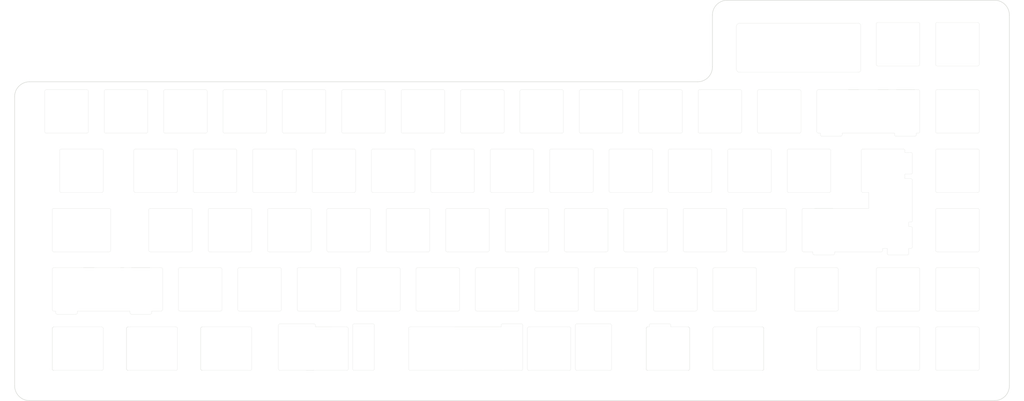
<source format=kicad_pcb>
(kicad_pcb (version 20211014) (generator pcbnew)
  (layers (0 "F.Cu" signal) (31 "B.Cu" signal) (34 "B.Paste" user) (35 "F.Paste" user) (36 "B.SilkS" user "B.Silkscreen") (37 "F.SilkS" user "F.Silkscreen") (38 "B.Mask" user) (39 "F.Mask" user) (44 "Edge.Cuts" user))
  (net 0 "")
  (footprint "MountingHole:MountingHole_2.2mm_M2" (layer "F.Cu") (at 50.1375 167.125)
    (fp_text reference "REF**" hide)
    (fp_text value "MountingHole_2.2mm_M2")
    (pad "" np_thru_hole circle locked (at 0 0) (size 2.2 2.2) (drill 2.2) (layers *.Cu *.Mask))
  )
  (footprint "MountingHole:MountingHole_2.2mm_M2" (layer "F.Cu") (at 128.925 167.125)
    (fp_text reference "REF**" hide)
    (fp_text value "MountingHole_2.2mm_M2")
    (pad "" np_thru_hole circle locked (at 0 0) (size 2.2 2.2) (drill 2.2) (layers *.Cu *.Mask))
  )
  (footprint "MountingHole:MountingHole_2.2mm_M2" (layer "F.Cu") (at 360.5125 167.125)
    (fp_text reference "REF**" hide)
    (fp_text value "MountingHole_2.2mm_M2")
    (pad "" np_thru_hole circle locked (at 0 0) (size 2.2 2.2) (drill 2.2) (layers *.Cu *.Mask))
  )
  (footprint "MountingHole:MountingHole_2.2mm_M2" (layer "F.Cu") (at 50.1375 119.375)
    (fp_text reference "REF**" hide)
    (fp_text value "MountingHole_2.2mm_M2")
    (pad "" np_thru_hole circle locked (at 0 0) (size 2.2 2.2) (drill 2.2) (layers *.Cu *.Mask))
  )
  (footprint "MountingHole:MountingHole_2.2mm_M2" (layer "F.Cu") (at 360.5125 74.0125)
    (fp_text reference "REF**" hide)
    (fp_text value "MountingHole_2.2mm_M2")
    (pad "" np_thru_hole circle locked (at 0 0) (size 2.2 2.2) (drill 2.2) (layers *.Cu *.Mask))
  )
  (footprint "MountingHole:MountingHole_2.2mm_M2" (layer "F.Cu") (at 360.5125 119.375)
    (fp_text reference "REF**" hide)
    (fp_text value "MountingHole_2.2mm_M2")
    (pad "" np_thru_hole circle locked (at 0 0) (size 2.2 2.2) (drill 2.2) (layers *.Cu *.Mask))
  )
  (footprint "MountingHole:MountingHole_2.2mm_M2" (layer "F.Cu") (at 50.1375 74.0125)
    (fp_text reference "REF**" hide)
    (fp_text value "MountingHole_2.2mm_M2")
    (pad "" np_thru_hole circle locked (at 0 0) (size 2.2 2.2) (drill 2.2) (layers *.Cu *.Mask))
  )
  (footprint "" (layer "F.Cu") (at 50.1375 74.0125)
    (fp_text reference "" (at 0 0) (layer "F.SilkS") (effects (font (size 1.27 1.27))))
    (fp_text value "" (at 0 0) (layer "F.SilkS") (effects (font (size 1.27 1.27))))
    (pad "" np_thru_hole circle locked (at 0 0) (size 2.2 2.2) (drill 2.2) (layers *.Cu *.Mask))
  )
  (footprint "" (layer "F.Cu") (at 50.1375 167.125)
    (fp_text reference "" (at 0 0) (layer "F.SilkS") (effects (font (size 1.27 1.27))))
    (fp_text value "" (at 0 0) (layer "F.SilkS") (effects (font (size 1.27 1.27))))
    (pad "" np_thru_hole circle locked (at 0 0) (size 2.2 2.2) (drill 2.2) (layers *.Cu *.Mask))
  )
  (footprint "MountingHole:MountingHole_2.2mm_M2" (layer "F.Cu") (at 205.325 167.125)
    (fp_text reference "REF**" hide)
    (fp_text value "MountingHole_2.2mm_M2")
    (pad "" np_thru_hole circle locked (at 0 0) (size 2.2 2.2) (drill 2.2) (layers *.Cu *.Mask))
  )
  (footprint "MountingHole:MountingHole_2.2mm_M2" (layer "F.Cu") (at 281.725 167.125)
    (fp_text reference "REF**" hide)
    (fp_text value "MountingHole_2.2mm_M2")
    (pad "" np_thru_hole circle locked (at 0 0) (size 2.2 2.2) (drill 2.2) (layers *.Cu *.Mask))
  )
  (gr_arc (start 136.25 129.5875) (mid 136.396447 129.233947) (end 136.75 129.0875) (layer "Edge.Cuts") (width 0.05))
  (gr_arc (start 210.2625 148.6875) (mid 210.408947 148.333947) (end 210.7625 148.1875) (layer "Edge.Cuts") (width 0.05))
  (gr_line (start 360.5125 42.975) (end 274.5625 42.975) (layer "Edge.Cuts") (width 0.15))
  (gr_line (start 293.825 91.3875) (end 293.825 104.3875) (layer "Edge.Cuts") (width 0.05))
  (gr_line (start 303.375 72.2875) (end 303.375 85.2875) (layer "Edge.Cuts") (width 0.05))
  (gr_line (start 65.57 143.0925) (end 82.45 143.0925) (layer "Edge.Cuts") (width 0.05))
  (gr_line (start 341.575 50.6375) (end 341.575 63.6375) (layer "Edge.Cuts") (width 0.05))
  (gr_arc (start 280 123.9875) (mid 279.646447 123.841053) (end 279.5 123.4875) (layer "Edge.Cuts") (width 0.05))
  (gr_arc (start 183.175 71.7875) (mid 183.528553 71.933947) (end 183.675 72.2875) (layer "Edge.Cuts") (width 0.05))
  (gr_line (start 309.0995 123.9875) (end 324.0375 123.9875) (layer "Edge.Cuts") (width 0.05))
  (gr_line (start 145.475 85.2875) (end 145.475 72.2875) (layer "Edge.Cuts") (width 0.05))
  (gr_arc (start 336.475 63.6375) (mid 336.328553 63.991053) (end 335.975 64.1375) (layer "Edge.Cuts") (width 0.05))
  (gr_line (start 130.65 129.0875) (end 117.65 129.0875) (layer "Edge.Cuts") (width 0.05))
  (gr_arc (start 149.75 129.0875) (mid 150.103553 129.233947) (end 150.25 129.5875) (layer "Edge.Cuts") (width 0.05))
  (gr_line (start 322.975 162.1875) (end 335.975 162.1875) (layer "Edge.Cuts") (width 0.05))
  (gr_line (start 245.75 142.5875) (end 245.75 129.5875) (layer "Edge.Cuts") (width 0.05))
  (gr_line (start 322.975 64.1375) (end 335.975 64.1375) (layer "Edge.Cuts") (width 0.05))
  (gr_line (start 279.175 85.2875) (end 279.175 72.2875) (layer "Edge.Cuts") (width 0.05))
  (gr_line (start 335.975 129.0875) (end 322.975 129.0875) (layer "Edge.Cuts") (width 0.05))
  (gr_arc (start 170.175 85.7875) (mid 169.821447 85.641053) (end 169.675 85.2875) (layer "Edge.Cuts") (width 0.05))
  (gr_line (start 111.55 129.0875) (end 98.55 129.0875) (layer "Edge.Cuts") (width 0.05))
  (gr_line (start 254.8 109.9875) (end 241.8 109.9875) (layer "Edge.Cuts") (width 0.05))
  (gr_arc (start 248.4625 148.6875) (mid 248.608947 148.333947) (end 248.9625 148.1875) (layer "Edge.Cuts") (width 0.05))
  (gr_arc (start 342.075 143.0875) (mid 341.721447 142.941053) (end 341.575 142.5875) (layer "Edge.Cuts") (width 0.05))
  (gr_arc (start 97.725 161.6875) (mid 97.578553 162.041053) (end 97.225 162.1875) (layer "Edge.Cuts") (width 0.05))
  (gr_arc (start 102.5 123.4875) (mid 102.353553 123.841053) (end 102 123.9875) (layer "Edge.Cuts") (width 0.05))
  (gr_line (start 154.5755 162.1875) (end 160.5755 162.1875) (layer "Edge.Cuts") (width 0.05))
  (gr_arc (start 121.6 123.4875) (mid 121.453553 123.841053) (end 121.1 123.9875) (layer "Edge.Cuts") (width 0.05))
  (gr_arc (start 82.9505 144.0875) (mid 82.596947 143.941053) (end 82.4505 143.5875) (layer "Edge.Cuts") (width 0.05))
  (gr_line (start 333.5875 115.8755) (end 332.9755 115.8755) (layer "Edge.Cuts") (width 0.05))
  (gr_arc (start 342.075 162.1875) (mid 341.721447 162.041053) (end 341.575 161.6875) (layer "Edge.Cuts") (width 0.05))
  (gr_line (start 250.85 129.5875) (end 250.85 142.5875) (layer "Edge.Cuts") (width 0.05))
  (gr_line (start 92.45 129.0875) (end 79.45 129.0875) (layer "Edge.Cuts") (width 0.05))
  (gr_line (start 184.5 123.9875) (end 197.5 123.9875) (layer "Edge.Cuts") (width 0.05))
  (gr_arc (start 145.8 110.4875) (mid 145.946447 110.133947) (end 146.3 109.9875) (layer "Edge.Cuts") (width 0.05))
  (gr_line (start 131.15 142.5875) (end 131.15 129.5875) (layer "Edge.Cuts") (width 0.05))
  (gr_arc (start 311.487 86.2875) (mid 311.340553 86.641053) (end 310.987 86.7875) (layer "Edge.Cuts") (width 0.05))
  (gr_line (start 57.9625 143.0875) (end 58.5745 143.0925) (layer "Edge.Cuts") (width 0.05))
  (gr_arc (start 333.5875 100.4375) (mid 333.941053 100.583947) (end 334.0875 100.9375) (layer "Edge.Cuts") (width 0.05))
  (gr_arc (start 317.7 91.3875) (mid 317.846447 91.033947) (end 318.2 90.8875) (layer "Edge.Cuts") (width 0.05))
  (gr_arc (start 81.3375 148.6875) (mid 81.483947 148.333947) (end 81.8375 148.1875) (layer "Edge.Cuts") (width 0.05))
  (gr_line (start 261.9625 148.1875) (end 256.425 148.1875) (layer "Edge.Cuts") (width 0.05))
  (gr_line (start 150.575 72.2875) (end 150.575 85.2875) (layer "Edge.Cuts") (width 0.05))
  (gr_arc (start 74.175 72.2875) (mid 74.321447 71.933947) (end 74.675 71.7875) (layer "Edge.Cuts") (width 0.05))
  (gr_line (start 131.475 72.2875) (end 131.475 85.2875) (layer "Edge.Cuts") (width 0.05))
  (gr_line (start 326.425 71.7875) (end 313.425 71.7875) (layer "Edge.Cuts") (width 0.05))
  (gr_line (start 279.5 110.4875) (end 279.5 123.4875) (layer "Edge.Cuts") (width 0.05))
  (gr_arc (start 365.2875 167.125) (mid 363.888935 170.501435) (end 360.5125 171.9) (layer "Edge.Cuts") (width 0.15))
  (gr_line (start 102 109.9875) (end 89 109.9875) (layer "Edge.Cuts") (width 0.05))
  (gr_arc (start 355.575 63.6375) (mid 355.428553 63.991053) (end 355.075 64.1375) (layer "Edge.Cuts") (width 0.05))
  (gr_arc (start 307.825 104.3875) (mid 307.678553 104.741053) (end 307.325 104.8875) (layer "Edge.Cuts") (width 0.05))
  (gr_line (start 335.975 148.1875) (end 322.975 148.1875) (layer "Edge.Cuts") (width 0.05))
  (gr_line (start 121.1 148.1875) (end 105.7125 148.1875) (layer "Edge.Cuts") (width 0.05))
  (gr_line (start 270.45 143.0875) (end 283.45 143.0875) (layer "Edge.Cuts") (width 0.05))
  (gr_line (start 342.075 162.1875) (end 355.075 162.1875) (layer "Edge.Cuts") (width 0.05))
  (gr_arc (start 334.0875 122.3755) (mid 333.941053 122.729053) (end 333.5875 122.8755) (layer "Edge.Cuts") (width 0.05))
  (gr_arc (start 236.2 123.4875) (mid 236.053553 123.841053) (end 235.7 123.9875) (layer "Edge.Cuts") (width 0.05))
  (gr_arc (start 226.975 72.2875) (mid 227.121447 71.933947) (end 227.475 71.7875) (layer "Edge.Cuts") (width 0.05))
  (gr_arc (start 250.525 104.3875) (mid 250.378553 104.741053) (end 250.025 104.8875) (layer "Edge.Cuts") (width 0.05))
  (gr_line (start 355.575 104.3875) (end 355.575 91.3875) (layer "Edge.Cuts") (width 0.05))
  (gr_line (start 203.1 110.4875) (end 203.1 123.4875) (layer "Edge.Cuts") (width 0.05))
  (gr_line (start 57.4625 148.6875) (end 57.4625 161.6875) (layer "Edge.Cuts") (width 0.05))
  (gr_line (start 112.875 85.7875) (end 125.875 85.7875) (layer "Edge.Cuts") (width 0.05))
  (gr_line (start 342.075 64.1375) (end 355.075 64.1375) (layer "Edge.Cuts") (width 0.05))
  (gr_arc (start 198.825 104.8875) (mid 198.471447 104.741053) (end 198.325 104.3875) (layer "Edge.Cuts") (width 0.05))
  (gr_line (start 125.875 71.7875) (end 112.875 71.7875) (layer "Edge.Cuts") (width 0.05))
  (gr_line (start 355.575 85.2875) (end 355.575 72.2875) (layer "Edge.Cuts") (width 0.05))
  (gr_arc (start 146.3 123.9875) (mid 145.946447 123.841053) (end 145.8 123.4875) (layer "Edge.Cuts") (width 0.05))
  (gr_arc (start 155.85 143.0875) (mid 155.496447 142.941053) (end 155.35 142.5875) (layer "Edge.Cuts") (width 0.05))
  (gr_arc (start 202.275 71.7875) (mid 202.628553 71.933947) (end 202.775 72.2875) (layer "Edge.Cuts") (width 0.05))
  (gr_line (start 298.275 85.2875) (end 298.275 72.2875) (layer "Edge.Cuts") (width 0.05))
  (gr_arc (start 121.1 148.1875) (mid 121.453553 148.333947) (end 121.6 148.6875) (layer "Edge.Cuts") (width 0.05))
  (gr_line (start 178.9 123.4875) (end 178.9 110.4875) (layer "Edge.Cuts") (width 0.05))
  (gr_arc (start 121.925 91.3875) (mid 122.071447 91.033947) (end 122.425 90.8875) (layer "Edge.Cuts") (width 0.05))
  (gr_line (start 55.075 72.2875) (end 55.075 85.2875) (layer "Edge.Cuts") (width 0.05))
  (gr_arc (start 226.15 129.0875) (mid 226.503553 129.233947) (end 226.65 129.5875) (layer "Edge.Cuts") (width 0.05))
  (gr_line (start 255.925 147.1875) (end 249.925 147.1875) (layer "Edge.Cuts") (width 0.05))
  (gr_line (start 80.5125 129.0875) (end 67.5125 129.0875) (layer "Edge.Cuts") (width 0.05))
  (gr_line (start 355.075 50.1375) (end 342.075 50.1375) (layer "Edge.Cuts") (width 0.05))
  (gr_line (start 355.075 71.7875) (end 342.075 71.7875) (layer "Edge.Cuts") (width 0.05))
  (gr_line (start 217.1 123.4875) (end 217.1 110.4875) (layer "Edge.Cuts") (width 0.05))
  (gr_line (start 126.7 110.4875) (end 126.7 123.4875) (layer "Edge.Cuts") (width 0.05))
  (gr_arc (start 183.675 85.2875) (mid 183.528553 85.641053) (end 183.175 85.7875) (layer "Edge.Cuts") (width 0.05))
  (gr_line (start 179.225 91.3875) (end 179.225 104.3875) (layer "Edge.Cuts") (width 0.05))
  (gr_line (start 260.9 123.9875) (end 273.9 123.9875) (layer "Edge.Cuts") (width 0.05))
  (gr_line (start 236.2 123.4875) (end 236.2 110.4875) (layer "Edge.Cuts") (width 0.05))
  (gr_arc (start 335.975 71.7875) (mid 336.328553 71.933947) (end 336.475 72.2875) (layer "Edge.Cuts") (width 0.05))
  (gr_line (start 275.225 104.8875) (end 288.225 104.8875) (layer "Edge.Cuts") (width 0.05))
  (gr_line (start 58.5745 143.0925) (end 58.5745 143.5875) (layer "Edge.Cuts") (width 0.05))
  (gr_line (start 255.3 123.4875) (end 255.3 110.4875) (layer "Edge.Cuts") (width 0.05))
  (gr_line (start 307.825 104.3875) (end 307.825 91.3875) (layer "Edge.Cuts") (width 0.05))
  (gr_arc (start 275.225 104.8875) (mid 274.871447 104.741053) (end 274.725 104.3875) (layer "Edge.Cuts") (width 0.05))
  (gr_arc (start 159.8 123.4875) (mid 159.653553 123.841053) (end 159.3 123.9875) (layer "Edge.Cuts") (width 0.05))
  (gr_line (start 264.35 129.0875) (end 251.35 129.0875) (layer "Edge.Cuts") (width 0.05))
  (gr_arc (start 284.275 72.2875) (mid 284.421447 71.933947) (end 284.775 71.7875) (layer "Edge.Cuts") (width 0.05))
  (gr_line (start 76.2375 123.4875) (end 76.2375 110.4875) (layer "Edge.Cuts") (width 0.05))
  (gr_line (start 189.275 85.7875) (end 202.275 85.7875) (layer "Edge.Cuts") (width 0.05))
  (gr_arc (start 269.95 148.6875) (mid 270.096447 148.333947) (end 270.45 148.1875) (layer "Edge.Cuts") (width 0.05))
  (gr_arc (start 201.8245 147.6875) (mid 201.970947 147.333947) (end 202.3245 147.1875) (layer "Edge.Cuts") (width 0.05))
  (gr_arc (start 310.2125 142.5875) (mid 310.066053 142.941053) (end 309.7125 143.0875) (layer "Edge.Cuts") (width 0.05))
  (gr_line (start 105.2125 148.6875) (end 105.2125 161.6875) (layer "Edge.Cuts") (width 0.05))
  (gr_line (start 160.625 104.8875) (end 173.625 104.8875) (layer "Edge.Cuts") (width 0.05))
  (gr_arc (start 303.375 72.2875) (mid 303.521447 71.933947) (end 303.875 71.7875) (layer "Edge.Cuts") (width 0.05))
  (gr_arc (start 304.987 86.7875) (mid 304.633447 86.641053) (end 304.487 86.2875) (layer "Edge.Cuts") (width 0.05))
  (gr_arc (start 254.8 109.9875) (mid 255.153553 110.133947) (end 255.3 110.4875) (layer "Edge.Cuts") (width 0.05))
  (gr_line (start 320.0875 109.9875) (end 299.1 109.9875) (layer "Edge.Cuts") (width 0.05))
  (gr_line (start 269.95 148.6875) (end 269.95 161.6875) (layer "Edge.Cuts") (width 0.05))
  (gr_arc (start 192.725 90.8875) (mid 193.078553 91.033947) (end 193.225 91.3875) (layer "Edge.Cuts") (width 0.05))
  (gr_line (start 187.95 129.0875) (end 174.95 129.0875) (layer "Edge.Cuts") (width 0.05))
  (gr_line (start 221.375 71.7875) (end 208.375 71.7875) (layer "Edge.Cuts") (width 0.05))
  (gr_arc (start 55.075 72.2875) (mid 55.221447 71.933947) (end 55.575 71.7875) (layer "Edge.Cuts") (width 0.05))
  (gr_line (start 355.575 142.5875) (end 355.575 129.5875) (layer "Edge.Cuts") (width 0.05))
  (gr_line (start 262.4625 161.6875) (end 262.4625 148.6875) (layer "Edge.Cuts") (width 0.05))
  (gr_line (start 269.95 129.5875) (end 269.95 142.5875) (layer "Edge.Cuts") (width 0.05))
  (gr_arc (start 111.55 129.0875) (mid 111.903553 129.233947) (end 112.05 129.5875) (layer "Edge.Cuts") (width 0.05))
  (gr_arc (start 226.65 142.5875) (mid 226.503553 142.941053) (end 226.15 143.0875) (layer "Edge.Cuts") (width 0.05))
  (gr_line (start 69.075 85.2875) (end 69.075 72.2875) (layer "Edge.Cuts") (width 0.05))
  (gr_line (start 45.3625 167.125) (end 45.3625 74.0125) (layer "Edge.Cuts") (width 0.15))
  (gr_arc (start 230.925 90.8875) (mid 231.278553 91.033947) (end 231.425 91.3875) (layer "Edge.Cuts") (width 0.05))
  (gr_line (start 365.2875 167.125) (end 365.2875 47.75) (layer "Edge.Cuts") (width 0.15))
  (gr_line (start 355.575 123.4875) (end 355.575 110.4875) (layer "Edge.Cuts") (width 0.05))
  (gr_arc (start 221.375 71.7875) (mid 221.728553 71.933947) (end 221.875 72.2875) (layer "Edge.Cuts") (width 0.05))
  (gr_arc (start 57.4625 110.4875) (mid 57.608947 110.133947) (end 57.9625 109.9875) (layer "Edge.Cuts") (width 0.05))
  (gr_line (start 265.175 72.2875) (end 265.175 85.2875) (layer "Edge.Cuts") (width 0.05))
  (gr_line (start 322.475 50.6375) (end 322.475 63.6375) (layer "Edge.Cuts") (width 0.05))
  (gr_arc (start 279.5 110.4875) (mid 279.646447 110.133947) (end 280 109.9875) (layer "Edge.Cuts") (width 0.05))
  (gr_line (start 194.05 143.0875) (end 207.05 143.0875) (layer "Edge.Cuts") (width 0.05))
  (gr_arc (start 217.425 91.3875) (mid 217.571447 91.033947) (end 217.925 90.8875) (layer "Edge.Cuts") (width 0.05))
  (gr_arc (start 57.4625 129.5875) (mid 57.608947 129.233947) (end 57.9625 129.0875) (layer "Edge.Cuts") (width 0.05))
  (gr_line (start 341.575 91.3875) (end 341.575 104.3875) (layer "Edge.Cuts") (width 0.05))
  (gr_arc (start 198.325 91.3875) (mid 198.471447 91.033947) (end 198.825 90.8875) (layer "Edge.Cuts") (width 0.05))
  (gr_line (start 241.3 110.4875) (end 241.3 123.4875) (layer "Edge.Cuts") (width 0.05))
  (gr_arc (start 126.7 110.4875) (mid 126.846447 110.133947) (end 127.2 109.9875) (layer "Edge.Cuts") (width 0.05))
  (gr_arc (start 302.5995 124.9875) (mid 302.245947 124.841053) (end 302.0995 124.4875) (layer "Edge.Cuts") (width 0.05))
  (gr_line (start 342.075 143.0875) (end 355.075 143.0875) (layer "Edge.Cuts") (width 0.05))
  (gr_arc (start 105.7125 162.1875) (mid 105.358947 162.041053) (end 105.2125 161.6875) (layer "Edge.Cuts") (width 0.05))
  (gr_arc (start 57.9625 143.0875) (mid 57.608947 142.941053) (end 57.4625 142.5875) (layer "Edge.Cuts") (width 0.05))
  (gr_line (start 105.7125 162.1875) (end 121.1 162.1875) (layer "Edge.Cuts") (width 0.05))
  (gr_line (start 82.45 143.0925) (end 82.45 143.5875) (layer "Edge.Cuts") (width 0.05))
  (gr_line (start 193.55 129.5875) (end 193.55 142.5875) (layer "Edge.Cuts") (width 0.05))
  (gr_line (start 87.675 71.7875) (end 74.675 71.7875) (layer "Edge.Cuts") (width 0.05))
  (gr_arc (start 172.5625 162.1875) (mid 172.208947 162.041053) (end 172.0625 161.6875) (layer "Edge.Cuts") (width 0.05))
  (gr_line (start 302.0995 123.9875) (end 302.0995 124.4875) (layer "Edge.Cuts") (width 0.05))
  (gr_line (start 140.7 123.4875) (end 140.7 110.4875) (layer "Edge.Cuts") (width 0.05))
  (gr_line (start 248.9625 162.1875) (end 261.9625 162.1875) (layer "Edge.Cuts") (width 0.05))
  (gr_arc (start 322.475 129.5875) (mid 322.621447 129.233947) (end 322.975 129.0875) (layer "Edge.Cuts") (width 0.05))
  (gr_arc (start 184.5 123.9875) (mid 184.146447 123.841053) (end 184 123.4875) (layer "Edge.Cuts") (width 0.05))
  (gr_line (start 107.6 110.4875) (end 107.6 123.4875) (layer "Edge.Cuts") (width 0.05))
  (gr_line (start 201.8245 147.6875) (end 201.8245 148.1825) (layer "Edge.Cuts") (width 0.05))
  (gr_arc (start 324.5375 123.4875) (mid 324.391053 123.841053) (end 324.0375 123.9875) (layer "Edge.Cuts") (width 0.05))
  (gr_line (start 303.875 162.1875) (end 316.875 162.1875) (layer "Edge.Cuts") (width 0.05))
  (gr_arc (start 105.7125 162.1875) (mid 105.358947 162.041053) (end 105.2125 161.6875) (layer "Edge.Cuts") (width 0.05))
  (gr_line (start 284.275 72.2875) (end 284.275 85.2875) (layer "Edge.Cuts") (width 0.05))
  (gr_arc (start 140.7 123.4875) (mid 140.553553 123.841053) (end 140.2 123.9875) (layer "Edge.Cuts") (width 0.05))
  (gr_line (start 256.125 104.8875) (end 269.125 104.8875) (layer "Edge.Cuts") (width 0.05))
  (gr_line (start 183.675 85.2875) (end 183.675 72.2875) (layer "Edge.Cuts") (width 0.05))
  (gr_arc (start 121.6 161.6875) (mid 121.453553 162.041053) (end 121.1 162.1875) (layer "Edge.Cuts") (width 0.05))
  (gr_line (start 332.9755 124.4875) (end 332.9755 122.8755) (layer "Edge.Cuts") (width 0.05))
  (gr_line (start 57.4625 129.5875) (end 57.4625 142.5875) (layer "Edge.Cuts") (width 0.05))
  (gr_line (start 331.7 98.9995) (end 333.5875 98.9995) (layer "Edge.Cuts") (width 0.05))
  (gr_arc (start 286.3375 161.6875) (mid 286.191053 162.041053) (end 285.8375 162.1875) (layer "Edge.Cuts") (width 0.05))
  (gr_arc (start 83.725 91.3875) (mid 83.871447 91.033947) (end 84.225 90.8875) (layer "Edge.Cuts") (width 0.05))
  (gr_arc (start 57.9625 162.1875) (mid 57.608947 162.041053) (end 57.4625 161.6875) (layer "Edge.Cuts") (width 0.05))
  (gr_arc (start 141.525 104.8875) (mid 141.171447 104.741053) (end 141.025 104.3875) (layer "Edge.Cuts") (width 0.05))
  (gr_line (start 168.85 129.0875) (end 155.85 129.0875) (layer "Edge.Cuts") (width 0.05))
  (gr_line (start 121.925 91.3875) (end 121.925 104.3875) (layer "Edge.Cuts") (width 0.05))
  (gr_arc (start 131.975 85.7875) (mid 131.621447 85.641053) (end 131.475 85.2875) (layer "Edge.Cuts") (width 0.05))
  (gr_arc (start 309.0995 124.4875) (mid 308.953053 124.841053) (end 308.5995 124.9875) (layer "Edge.Cuts") (width 0.05))
  (gr_arc (start 160.125 91.3875) (mid 160.271447 91.033947) (end 160.625 90.8875) (layer "Edge.Cuts") (width 0.05))
  (gr_arc (start 237.3375 161.6875) (mid 237.191053 162.041053) (end 236.8375 162.1875) (layer "Edge.Cuts") (width 0.05))
  (gr_line (start 60.35 104.8875) (end 73.35 104.8875) (layer "Edge.Cuts") (width 0.05))
  (gr_line (start 286.3375 161.6875) (end 286.3375 148.6875) (layer "Edge.Cuts") (width 0.05))
  (gr_arc (start 168.85 129.0875) (mid 169.203553 129.233947) (end 169.35 129.5875) (layer "Edge.Cuts") (width 0.05))
  (gr_line (start 208.3245 147.1875) (end 202.3245 147.1875) (layer "Edge.Cuts") (width 0.05))
  (gr_arc (start 341.575 129.5875) (mid 341.721447 129.233947) (end 342.075 129.0875) (layer "Edge.Cuts") (width 0.05))
  (gr_arc (start 260.4 110.4875) (mid 260.546447 110.133947) (end 260.9 109.9875) (layer "Edge.Cuts") (width 0.05))
  (gr_line (start 179.725 104.8875) (end 192.725 104.8875) (layer "Edge.Cuts") (width 0.05))
  (gr_line (start 135.925 104.3875) (end 135.925 91.3875) (layer "Edge.Cuts") (width 0.05))
  (gr_line (start 57.4625 148.6875) (end 57.4625 161.6875) (layer "Edge.Cuts") (width 0.05))
  (gr_arc (start 259.575 71.7875) (mid 259.928553 71.933947) (end 260.075 72.2875) (layer "Edge.Cuts") (width 0.05))
  (gr_arc (start 245.75 142.5875) (mid 245.603553 142.941053) (end 245.25 143.0875) (layer "Edge.Cuts") (width 0.05))
  (gr_arc (start 135.925 104.3875) (mid 135.778553 104.741053) (end 135.425 104.8875) (layer "Edge.Cuts") (width 0.05))
  (gr_arc (start 355.075 129.0875) (mid 355.428553 129.233947) (end 355.575 129.5875) (layer "Edge.Cuts") (width 0.05))
  (gr_arc (start 303.875 162.1875) (mid 303.521447 162.041053) (end 303.375 161.6875) (layer "Edge.Cuts") (width 0.05))
  (gr_arc (start 88.175 85.2875) (mid 88.028553 85.641053) (end 87.675 85.7875) (layer "Edge.Cuts") (width 0.05))
  (gr_line (start 145.8 110.4875) (end 145.8 123.4875) (layer "Edge.Cuts") (width 0.05))
  (gr_line (start 284.775 85.7875) (end 297.775 85.7875) (layer "Edge.Cuts") (width 0.05))
  (gr_arc (start 45.3625 74.0125) (mid 46.761065 70.636065) (end 50.1375 69.2375) (layer "Edge.Cuts") (width 0.15))
  (gr_arc (start 355.575 123.4875) (mid 355.428553 123.841053) (end 355.075 123.9875) (layer "Edge.Cuts") (width 0.05))
  (gr_arc (start 255.3 123.4875) (mid 255.153553 123.841053) (end 254.8 123.9875) (layer "Edge.Cuts") (width 0.05))
  (gr_line (start 203.6 123.9875) (end 216.6 123.9875) (layer "Edge.Cuts") (width 0.05))
  (gr_line (start 335.363 85.7875) (end 335.975 85.7875) (layer "Edge.Cuts") (width 0.05))
  (gr_arc (start 154.525 90.8875) (mid 154.878553 91.033947) (end 155.025 91.3875) (layer "Edge.Cuts") (width 0.05))
  (gr_line (start 73.85 161.6875) (end 73.85 148.6875) (layer "Edge.Cuts") (width 0.05))
  (gr_arc (start 155.025 104.3875) (mid 154.878553 104.741053) (end 154.525 104.8875) (layer "Edge.Cuts") (width 0.05))
  (gr_line (start 197.5 109.9875) (end 184.5 109.9875) (layer "Edge.Cuts") (width 0.05))
  (gr_line (start 116.325 90.8875) (end 103.325 90.8875) (layer "Edge.Cuts") (width 0.05))
  (gr_arc (start 65.5745 143.5875) (mid 65.428053 143.941053) (end 65.0745 144.0875) (layer "Edge.Cuts") (width 0.05))
  (gr_arc (start 117.65 143.0875) (mid 117.296447 142.941053) (end 117.15 142.5875) (layer "Edge.Cuts") (width 0.05))
  (gr_arc (start 106.775 71.7875) (mid 107.128553 71.933947) (end 107.275 72.2875) (layer "Edge.Cuts") (width 0.05))
  (gr_line (start 260.4 110.4875) (end 260.4 123.4875) (layer "Edge.Cuts") (width 0.05))
  (gr_line (start 270.45 162.1875) (end 285.8375 162.1875) (layer "Edge.Cuts") (width 0.05))
  (gr_line (start 211.825 90.8875) (end 198.825 90.8875) (layer "Edge.Cuts") (width 0.05))
  (gr_arc (start 197.5 109.9875) (mid 197.853553 110.133947) (end 198 110.4875) (layer "Edge.Cuts") (width 0.05))
  (gr_arc (start 130.65 129.0875) (mid 131.003553 129.233947) (end 131.15 129.5875) (layer "Edge.Cuts") (width 0.05))
  (gr_arc (start 164.075 71.7875) (mid 164.428553 71.933947) (end 164.575 72.2875) (layer "Edge.Cuts") (width 0.05))
  (gr_line (start 73.85 104.3875) (end 73.85 91.3875) (layer "Edge.Cuts") (width 0.05))
  (gr_line (start 212.325 104.3875) (end 212.325 91.3875) (layer "Edge.Cuts") (width 0.05))
  (gr_arc (start 231.75 129.5875) (mid 231.896447 129.233947) (end 232.25 129.0875) (layer "Edge.Cuts") (width 0.05))
  (gr_arc (start 207.05 129.0875) (mid 207.403553 129.233947) (end 207.55 129.5875) (layer "Edge.Cuts") (width 0.05))
  (gr_arc (start 107.275 85.2875) (mid 107.128553 85.641053) (end 106.775 85.7875) (layer "Edge.Cuts") (width 0.05))
  (gr_arc (start 102.825 91.3875) (mid 102.971447 91.033947) (end 103.325 90.8875) (layer "Edge.Cuts") (width 0.05))
  (gr_line (start 336.475 161.6875) (end 336.475 148.6875) (layer "Edge.Cuts") (width 0.05))
  (gr_arc (start 97.225 90.8875) (mid 97.578553 91.033947) (end 97.725 91.3875) (layer "Edge.Cuts") (width 0.05))
  (gr_arc (start 105.2125 148.6875) (mid 105.358947 148.333947) (end 105.7125 148.1875) (layer "Edge.Cuts") (width 0.05))
  (gr_arc (start 317.375 161.6875) (mid 317.228553 162.041053) (end 316.875 162.1875) (layer "Edge.Cuts") (width 0.05))
  (gr_arc (start 98.05 129.5875) (mid 98.196447 129.233947) (end 98.55 129.0875) (layer "Edge.Cuts") (width 0.05))
  (gr_line (start 334.0875 113.9375) (end 334.0875 100.9375) (layer "Edge.Cuts") (width 0.05))
  (gr_arc (start 248.9625 162.1875) (mid 248.608947 162.041053) (end 248.4625 161.6875) (layer "Edge.Cuts") (width 0.05))
  (gr_line (start 237.025 104.8875) (end 250.025 104.8875) (layer "Edge.Cuts") (width 0.05))
  (gr_arc (start 131.475 72.2875) (mid 131.621447 71.933947) (end 131.975 71.7875) (layer "Edge.Cuts") (width 0.05))
  (gr_arc (start 73.85 104.3875) (mid 73.703553 104.741053) (end 73.35 104.8875) (layer "Edge.Cuts") (width 0.05))
  (gr_arc (start 332.9755 124.4875) (mid 332.829053 124.841053) (end 332.4755 124.9875) (layer "Edge.Cuts") (width 0.05))
  (gr_arc (start 179.225 91.3875) (mid 179.371447 91.033947) (end 179.725 90.8875) (layer "Edge.Cuts") (width 0.05))
  (gr_arc (start 274.4 123.4875) (mid 274.253553 123.841053) (end 273.9 123.9875) (layer "Edge.Cuts") (width 0.05))
  (gr_line (start 81.8375 162.1875) (end 97.225 162.1875) (layer "Edge.Cuts") (width 0.05))
  (gr_arc (start 255.625 91.3875) (mid 255.771447 91.033947) (end 256.125 90.8875) (layer "Edge.Cuts") (width 0.05))
  (gr_line (start 269.125 90.8875) (end 256.125 90.8875) (layer "Edge.Cuts") (width 0.05))
  (gr_line (start 250.525 104.3875) (end 250.525 91.3875) (layer "Edge.Cuts") (width 0.05))
  (gr_arc (start 150.25 142.5875) (mid 150.103553 142.941053) (end 149.75 143.0875) (layer "Edge.Cuts") (width 0.05))
  (gr_arc (start 355.075 71.7875) (mid 355.428553 71.933947) (end 355.575 72.2875) (layer "Edge.Cuts") (width 0.05))
  (gr_line (start 322.975 143.0875) (end 335.975 143.0875) (layer "Edge.Cuts") (width 0.05))
  (gr_line (start 355.075 129.0875) (end 342.075 129.0875) (layer "Edge.Cuts") (width 0.05))
  (gr_arc (start 285.8375 148.1875) (mid 286.191053 148.333947) (end 286.3375 148.6875) (layer "Edge.Cuts") (width 0.05))
  (gr_line (start 298.6 110.4875) (end 298.6 123.4875) (layer "Edge.Cuts") (width 0.05))
  (gr_arc (start 341.575 91.3875) (mid 341.721447 91.033947) (end 342.075 90.8875) (layer "Edge.Cuts") (width 0.05))
  (gr_line (start 277.5 51.4125) (end 277.5 65.1625) (layer "Edge.Cuts") (width 0.05))
  (gr_arc (start 222.7 123.9875) (mid 222.346447 123.841053) (end 222.2 123.4875) (layer "Edge.Cuts") (width 0.05))
  (gr_arc (start 178.4 109.9875) (mid 178.753553 110.133947) (end 178.9 110.4875) (layer "Edge.Cuts") (width 0.05))
  (gr_line (start 105.2125 148.6875) (end 105.2125 161.6875) (layer "Edge.Cuts") (width 0.05))
  (gr_line (start 188.775 72.2875) (end 188.775 85.2875) (layer "Edge.Cuts") (width 0.05))
  (gr_arc (start 250.85 129.5875) (mid 250.996447 129.233947) (end 251.35 129.0875) (layer "Edge.Cuts") (width 0.05))
  (gr_arc (start 360.5125 42.975) (mid 363.888935 44.373565) (end 365.2875 47.75) (layer "Edge.Cuts") (width 0.15))
  (gr_line (start 188.45 142.5875) (end 188.45 129.5875) (layer "Edge.Cuts") (width 0.05))
  (gr_line (start 65.5745 143.5875) (end 65.57 143.0925) (layer "Edge.Cuts") (width 0.05))
  (gr_line (start 336.475 142.5875) (end 336.475 129.5875) (layer "Edge.Cuts") (width 0.05))
  (gr_arc (start 293 109.9875) (mid 293.353553 110.133947) (end 293.5 110.4875) (layer "Edge.Cuts") (width 0.05))
  (gr_line (start 208.8245 161.6875) (end 208.8245 147.6875) (layer "Edge.Cuts") (width 0.05))
  (gr_arc (start 145.475 85.2875) (mid 145.328553 85.641053) (end 144.975 85.7875) (layer "Edge.Cuts") (width 0.05))
  (gr_arc (start 193.55 129.5875) (mid 193.696447 129.233947) (end 194.05 129.0875) (layer "Edge.Cuts") (width 0.05))
  (gr_line (start 207.55 142.5875) (end 207.55 129.5875) (layer "Edge.Cuts") (width 0.05))
  (gr_arc (start 260.9 123.9875) (mid 260.546447 123.841053) (end 260.4 123.4875) (layer "Edge.Cuts") (width 0.05))
  (gr_line (start 259.575 71.7875) (end 246.575 71.7875) (layer "Edge.Cuts") (width 0.05))
  (gr_arc (start 112.05 142.5875) (mid 111.903553 142.941053) (end 111.55 143.0875) (layer "Edge.Cuts") (width 0.05))
  (gr_arc (start 217.925 104.8875) (mid 217.571447 104.741053) (end 217.425 104.3875) (layer "Edge.Cuts") (width 0.05))
  (gr_arc (start 222.2 110.4875) (mid 222.346447 110.133947) (end 222.7 109.9875) (layer "Edge.Cuts") (width 0.05))
  (gr_arc (start 274.725 91.3875) (mid 274.871447 91.033947) (end 275.225 90.8875) (layer "Edge.Cuts") (width 0.05))
  (gr_line (start 98.55 143.0875) (end 111.55 143.0875) (layer "Edge.Cuts") (width 0.05))
  (gr_line (start 160.5755 147.1875) (end 154.5755 147.1875) (layer "Edge.Cuts") (width 0.05))
  (gr_arc (start 248.9625 162.1875) (mid 248.608947 162.041053) (end 248.4625 161.6875) (layer "Edge.Cuts") (width 0.05))
  (gr_line (start 333.5875 100.4375) (end 331.7 100.4375) (layer "Edge.Cuts") (width 0.05))
  (gr_arc (start 161.0755 161.6875) (mid 160.929053 162.041053) (end 160.5755 162.1875) (layer "Edge.Cuts") (width 0.05))
  (gr_arc (start 169.35 142.5875) (mid 169.203553 142.941053) (end 168.85 143.0875) (layer "Edge.Cuts") (width 0.05))
  (gr_line (start 227.475 85.7875) (end 240.475 85.7875) (layer "Edge.Cuts") (width 0.05))
  (gr_line (start 264.85 142.5875) (end 264.85 129.5875) (layer "Edge.Cuts") (width 0.05))
  (gr_line (start 150.25 142.5875) (end 150.25 129.5875) (layer "Edge.Cuts") (width 0.05))
  (gr_arc (start 81.8375 162.1875) (mid 81.483947 162.041053) (end 81.3375 161.6875) (layer "Edge.Cuts") (width 0.05))
  (gr_line (start 342.075 123.9875) (end 355.075 123.9875) (layer "Edge.Cuts") (width 0.05))
  (gr_line (start 57.9625 162.1875) (end 73.35 162.1875) (layer "Edge.Cuts") (width 0.05))
  (gr_line (start 221.875 85.2875) (end 221.875 72.2875) (layer "Edge.Cuts") (width 0.05))
  (gr_line (start 155.35 129.5875) (end 155.35 142.5875) (layer "Edge.Cuts") (width 0.05))
  (gr_line (start 149.75 129.0875) (end 136.75 129.0875) (layer "Edge.Cuts") (width 0.05))
  (gr_line (start 236.525 91.3875) (end 236.525 104.3875) (layer "Edge.Cuts") (width 0.05))
  (gr_line (start 316.75 50.4125) (end 278.5 50.4125) (layer "Edge.Cuts") (width 0.05))
  (gr_arc (start 355.575 161.6875) (mid 355.428553 162.041053) (end 355.075 162.1875) (layer "Edge.Cuts") (width 0.05))
  (gr_arc (start 269.7875 47.75) (mid 271.186065 44.373565) (end 274.5625 42.975) (layer "Edge.Cuts") (width 0.15))
  (gr_line (start 222.2 110.4875) (end 222.2 123.4875) (layer "Edge.Cuts") (width 0.05))
  (gr_line (start 81.3375 148.6875) (end 81.3375 161.6875) (layer "Edge.Cuts") (width 0.05))
  (gr_arc (start 251.35 143.0875) (mid 250.996447 142.941053) (end 250.85 142.5875) (layer "Edge.Cuts") (width 0.05))
  (gr_arc (start 127.2 123.9875) (mid 126.846447 123.841053) (end 126.7 123.4875) (layer "Edge.Cuts") (width 0.05))
  (gr_arc (start 341.575 110.4875) (mid 341.721447 110.133947) (end 342.075 109.9875) (layer "Edge.Cuts") (width 0.05))
  (gr_line (start 184 110.4875) (end 184 123.4875) (layer "Edge.Cuts") (width 0.05))
  (gr_arc (start 269.625 104.3875) (mid 269.478553 104.741053) (end 269.125 104.8875) (layer "Edge.Cuts") (width 0.05))
  (gr_arc (start 264.85 142.5875) (mid 264.703553 142.941053) (end 264.35 143.0875) (layer "Edge.Cuts") (width 0.05))
  (gr_arc (start 335.363 86.2875) (mid 335.216553 86.641053) (end 334.863 86.7875) (layer "Edge.Cuts") (width 0.05))
  (gr_line (start 141.025 91.3875) (end 141.025 104.3875) (layer "Edge.Cuts") (width 0.05))
  (gr_arc (start 335.975 50.1375) (mid 336.328553 50.283947) (end 336.475 50.6375) (layer "Edge.Cuts") (width 0.05))
  (gr_line (start 304.987 86.7875) (end 310.987 86.7875) (layer "Edge.Cuts") (width 0.05))
  (gr_arc (start 342.075 64.1375) (mid 341.721447 63.991053) (end 341.575 63.6375) (layer "Edge.Cuts") (width 0.05))
  (gr_arc (start 144.975 71.7875) (mid 145.328553 71.933947) (end 145.475 72.2875) (layer "Edge.Cuts") (width 0.05))
  (gr_line (start 317.375 161.6875) (end 317.375 148.6875) (layer "Edge.Cuts") (width 0.05))
  (gr_arc (start 135.425 90.8875) (mid 135.778553 91.033947) (end 135.925 91.3875) (layer "Edge.Cuts") (width 0.05))
  (gr_line (start 154.525 90.8875) (end 141.525 90.8875) (layer "Edge.Cuts") (width 0.05))
  (gr_line (start 341.575 72.2875) (end 341.575 85.2875) (layer "Edge.Cuts") (width 0.05))
  (gr_line (start 325.9755 122.8755) (end 324.5375 122.8755) (layer "Edge.Cuts") (width 0.05))
  (gr_line (start 127.2 123.9875) (end 140.2 123.9875) (layer "Edge.Cuts") (width 0.05))
  (gr_arc (start 141.625 147.1875) (mid 141.978553 147.333947) (end 142.125 147.6875) (layer "Edge.Cuts") (width 0.05))
  (gr_arc (start 112.875 85.7875) (mid 112.521447 85.641053) (end 112.375 85.2875) (layer "Edge.Cuts") (width 0.05))
  (gr_line (start 106.775 71.7875) (end 93.775 71.7875) (layer "Edge.Cuts") (width 0.05))
  (gr_line (start 278.675 71.7875) (end 265.675 71.7875) (layer "Edge.Cuts") (width 0.05))
  (gr_arc (start 248.4625 148.6875) (mid 248.608947 148.333947) (end 248.9625 148.1875) (layer "Edge.Cuts") (width 0.05))
  (gr_arc (start 303.375 148.6875) (mid 303.521447 148.333947) (end 303.875 148.1875) (layer "Edge.Cuts") (width 0.05))
  (gr_line (start 246.075 72.2875) (end 246.075 85.2875) (layer "Edge.Cuts") (width 0.05))
  (gr_line (start 160.125 91.3875) (end 160.125 104.3875) (layer "Edge.Cuts") (width 0.05))
  (gr_line (start 336.475 63.6375) (end 336.475 50.6375) (layer "Edge.Cuts") (width 0.05))
  (gr_line (start 174.95 143.0875) (end 187.95 143.0875) (layer "Edge.Cuts") (width 0.05))
  (gr_arc (start 165.4 123.9875) (mid 165.046447 123.841053) (end 164.9 123.4875) (layer "Edge.Cuts") (width 0.05))
  (gr_line (start 81.3375 148.6875) (end 81.3375 161.6875) (layer "Edge.Cuts") (width 0.05))
  (gr_line (start 309.7125 129.0875) (end 296.7125 129.0875) (layer "Edge.Cuts") (width 0.05))
  (gr_line (start 117.15 129.5875) (end 117.15 142.5875) (layer "Edge.Cuts") (width 0.05))
  (gr_line (start 74.675 85.7875) (end 87.675 85.7875) (layer "Edge.Cuts") (width 0.05))
  (gr_line (start 174.125 104.3875) (end 174.125 91.3875) (layer "Edge.Cuts") (width 0.05))
  (gr_arc (start 55.575 85.7875) (mid 55.221447 85.641053) (end 55.075 85.2875) (layer "Edge.Cuts") (width 0.05))
  (gr_line (start 172.0625 148.6875) (end 172.0625 161.6875) (layer "Edge.Cuts") (width 0.05))
  (gr_arc (start 211.825 90.8875) (mid 212.178553 91.033947) (end 212.325 91.3875) (layer "Edge.Cuts") (width 0.05))
  (gr_arc (start 73.85 161.6875) (mid 73.703553 162.041053) (end 73.35 162.1875) (layer "Edge.Cuts") (width 0.05))
  (gr_arc (start 256.125 104.8875) (mid 255.771447 104.741053) (end 255.625 104.3875) (layer "Edge.Cuts") (width 0.05))
  (gr_arc (start 299.1 123.9875) (mid 298.746447 123.841053) (end 298.6 123.4875) (layer "Edge.Cuts") (width 0.05))
  (gr_line (start 355.075 90.8875) (end 342.075 90.8875) (layer "Edge.Cuts") (width 0.05))
  (gr_line (start 136.75 143.0875) (end 149.75 143.0875) (layer "Edge.Cuts") (width 0.05))
  (gr_line (start 246.575 85.7875) (end 259.575 85.7875) (layer "Edge.Cuts") (width 0.05))
  (gr_line (start 142.125 148.1825) (end 142.125 147.6875) (layer "Edge.Cuts") (width 0.05))
  (gr_arc (start 208.375 85.7875) (mid 208.021447 85.641053) (end 207.875 85.2875) (layer "Edge.Cuts") (width 0.05))
  (gr_line (start 317.7 91.3875) (end 317.7 104.3875) (layer "Edge.Cuts") (width 0.05))
  (gr_arc (start 152.1375 148.1875) (mid 152.491053 148.333947) (end 152.6375 148.6875) (layer "Edge.Cuts") (width 0.05))
  (gr_line (start 198.825 104.8875) (end 211.825 104.8875) (layer "Edge.Cuts") (width 0.05))
  (gr_arc (start 245.25 129.0875) (mid 245.603553 129.233947) (end 245.75 129.5875) (layer "Edge.Cuts") (width 0.05))
  (gr_line (start 262.4625 161.6875) (end 262.4625 148.6875) (layer "Edge.Cuts") (width 0.05))
  (gr_arc (start 174.125 104.3875) (mid 173.978553 104.741053) (end 173.625 104.8875) (layer "Edge.Cuts") (width 0.05))
  (gr_line (start 151.075 85.7875) (end 164.075 85.7875) (layer "Edge.Cuts") (width 0.05))
  (gr_arc (start 193.225 104.3875) (mid 193.078553 104.741053) (end 192.725 104.8875) (layer "Edge.Cuts") (width 0.05))
  (gr_arc (start 328.863 86.7875) (mid 328.509447 86.641053) (end 328.363 86.2875) (layer "Edge.Cuts") (width 0.05))
  (gr_line (start 141.525 104.8875) (end 154.525 104.8875) (layer "Edge.Cuts") (width 0.05))
  (gr_arc (start 130.1995 147.6875) (mid 130.345947 147.333947) (end 130.6995 147.1875) (layer "Edge.Cuts") (width 0.05))
  (gr_arc (start 269.7875 64.4625) (mid 268.388935 67.838935) (end 265.0125 69.2375) (layer "Edge.Cuts") (width 0.15))
  (gr_arc (start 69.075 85.2875) (mid 68.928553 85.641053) (end 68.575 85.7875) (layer "Edge.Cuts") (width 0.05))
  (gr_line (start 260.075 85.2875) (end 260.075 72.2875) (layer "Edge.Cuts") (width 0.05))
  (gr_arc (start 342.075 104.8875) (mid 341.721447 104.741053) (end 341.575 104.3875) (layer "Edge.Cuts") (width 0.05))
  (gr_arc (start 322.975 143.0875) (mid 322.621447 142.941053) (end 322.475 142.5875) (layer "Edge.Cuts") (width 0.05))
  (gr_line (start 269.7875 64.4625) (end 269.7875 47.75) (layer "Edge.Cuts") (width 0.15))
  (gr_line (start 355.575 161.6875) (end 355.575 148.6875) (layer "Edge.Cuts") (width 0.05))
  (gr_arc (start 81.3375 148.6875) (mid 81.483947 148.333947) (end 81.8375 148.1875) (layer "Edge.Cuts") (width 0.05))
  (gr_arc (start 88.5 110.4875) (mid 88.646447 110.133947) (end 89 109.9875) (layer "Edge.Cuts") (width 0.05))
  (gr_line (start 74.175 72.2875) (end 74.175 85.2875) (layer "Edge.Cuts") (width 0.05))
  (gr_arc (start 152.6375 161.6875) (mid 152.491053 162.041053) (end 152.1375 162.1875) (layer "Edge.Cuts") (width 0.05))
  (gr_arc (start 75.7375 109.9875) (mid 76.091053 110.133947) (end 76.2375 110.4875) (layer "Edge.Cuts") (width 0.05))
  (gr_arc (start 210.7625 162.1875) (mid 210.408947 162.041053) (end 210.2625 161.6875) (layer "Edge.Cuts") (width 0.05))
  (gr_line (start 322.475 148.6875) (end 322.475 161.6875) (layer "Edge.Cuts") (width 0.05))
  (gr_arc (start 250.025 90.8875) (mid 250.378553 91.033947) (end 250.525 91.3875) (layer "Edge.Cuts") (width 0.05))
  (gr_line (start 231.75 129.5875) (end 231.75 142.5875) (layer "Edge.Cuts") (width 0.05))
  (gr_arc (start 207.55 142.5875) (mid 207.403553 142.941053) (end 207.05 143.0875) (layer "Edge.Cuts") (width 0.05))
  (gr_line (start 334.863 71.7875) (end 328.863 71.7875) (layer "Edge.Cuts") (width 0.05))
  (gr_arc (start 355.075 50.1375) (mid 355.428553 50.283947) (end 355.575 50.6375) (layer "Edge.Cuts") (width 0.05))
  (gr_line (start 75.7375 109.9875) (end 57.9625 109.9875) (layer "Edge.Cuts") (width 0.05))
  (gr_line (start 302.5995 124.9875) (end 308.5995 124.9875) (layer "Edge.Cuts") (width 0.05))
  (gr_line (start 210.7625 162.1875) (end 223.7625 162.1875) (layer "Edge.Cuts") (width 0.05))
  (gr_arc (start 260.075 85.2875) (mid 259.928553 85.641053) (end 259.575 85.7875) (layer "Edge.Cuts") (width 0.05))
  (gr_arc (start 355.075 148.1875) (mid 355.428553 148.333947) (end 355.575 148.6875) (layer "Edge.Cuts") (width 0.05))
  (gr_line (start 122.425 104.8875) (end 135.425 104.8875) (layer "Edge.Cuts") (width 0.05))
  (gr_arc (start 273.9 109.9875) (mid 274.253553 110.133947) (end 274.4 110.4875) (layer "Edge.Cuts") (width 0.05))
  (gr_line (start 335.975 71.7875) (end 322.975 71.7875) (layer "Edge.Cuts") (width 0.05))
  (gr_line (start 332.9755 114.4375) (end 333.5875 114.4375) (layer "Edge.Cuts") (width 0.05))
  (gr_line (start 265.675 85.7875) (end 278.675 85.7875) (layer "Edge.Cuts") (width 0.05))
  (gr_arc (start 296.2125 129.5875) (mid 296.358947 129.233947) (end 296.7125 129.0875) (layer "Edge.Cuts") (width 0.05))
  (gr_line (start 310.2125 142.5875) (end 310.2125 129.5875) (layer "Edge.Cuts") (width 0.05))
  (gr_line (start 328.363 85.7875) (end 328.363 86.2875) (layer "Edge.Cuts") (width 0.05))
  (gr_line (start 178.4 109.9875) (end 165.4 109.9875) (layer "Edge.Cuts") (width 0.05))
  (gr_arc (start 89.4505 143.5875) (mid 89.304053 143.941053) (end 88.9505 144.0875) (layer "Edge.Cuts") (width 0.05))
  (gr_line (start 296.7125 143.0875) (end 309.7125 143.0875) (layer "Edge.Cuts") (width 0.05))
  (gr_arc (start 97.725 104.3875) (mid 97.578553 104.741053) (end 97.225 104.8875) (layer "Edge.Cuts") (width 0.05))
  (gr_arc (start 84.225 104.8875) (mid 83.871447 104.741053) (end 83.725 104.3875) (layer "Edge.Cuts") (width 0.05))
  (gr_line (start 280 123.9875) (end 293 123.9875) (layer "Edge.Cuts") (width 0.05))
  (gr_arc (start 169.675 72.2875) (mid 169.821447 71.933947) (end 170.175 71.7875) (layer "Edge.Cuts") (width 0.05))
  (gr_arc (start 303.875 85.7875) (mid 303.521447 85.641053) (end 303.375 85.2875) (layer "Edge.Cuts") (width 0.05))
  (gr_line (start 193.225 104.3875) (end 193.225 91.3875) (layer "Edge.Cuts") (width 0.05))
  (gr_arc (start 160.625 104.8875) (mid 160.271447 104.741053) (end 160.125 104.3875) (layer "Edge.Cuts") (width 0.05))
  (gr_line (start 318.2 104.8875) (end 320.0875 104.8875) (layer "Edge.Cuts") (width 0.05))
  (gr_arc (start 131.15 142.5875) (mid 131.003553 142.941053) (end 130.65 143.0875) (layer "Edge.Cuts") (width 0.05))
  (gr_arc (start 207.875 72.2875) (mid 208.021447 71.933947) (end 208.375 71.7875) (layer "Edge.Cuts") (width 0.05))
  (gr_line (start 297.775 71.7875) (end 284.775 71.7875) (layer "Edge.Cuts") (width 0.05))
  (gr_line (start 240.975 85.2875) (end 240.975 72.2875) (layer "Edge.Cuts") (width 0.05))
  (gr_arc (start 355.075 90.8875) (mid 355.428553 91.033947) (end 355.575 91.3875) (layer "Edge.Cuts") (width 0.05))
  (gr_line (start 192.725 90.8875) (end 179.725 90.8875) (layer "Edge.Cuts") (width 0.05))
  (gr_line (start 328.863 86.7875) (end 334.863 86.7875) (layer "Edge.Cuts") (width 0.05))
  (gr_line (start 164.575 85.2875) (end 164.575 72.2875) (layer "Edge.Cuts") (width 0.05))
  (gr_line (start 316.875 71.7875) (end 303.875 71.7875) (layer "Edge.Cuts") (width 0.05))
  (gr_arc (start 298.275 85.2875) (mid 298.128553 85.641053) (end 297.775 85.7875) (layer "Edge.Cuts") (width 0.05))
  (gr_line (start 241.8 123.9875) (end 254.8 123.9875) (layer "Edge.Cuts") (width 0.05))
  (gr_arc (start 164.9 110.4875) (mid 165.046447 110.133947) (end 165.4 109.9875) (layer "Edge.Cuts") (width 0.05))
  (gr_arc (start 203.6 123.9875) (mid 203.246447 123.841053) (end 203.1 123.4875) (layer "Edge.Cuts") (width 0.05))
  (gr_line (start 226.15 129.0875) (end 213.15 129.0875) (layer "Edge.Cuts") (width 0.05))
  (gr_line (start 274.4 123.4875) (end 274.4 110.4875) (layer "Edge.Cuts") (width 0.05))
  (gr_line (start 139.1375 162.1875) (end 152.1375 162.1875) (layer "Edge.Cuts") (width 0.05))
  (gr_line (start 89.4505 143.5875) (end 89.45 143.0925) (layer "Edge.Cuts") (width 0.05))
  (gr_line (start 198.325 91.3875) (end 198.325 104.3875) (layer "Edge.Cuts") (width 0.05))
  (gr_line (start 250.025 90.8875) (end 237.025 90.8875) (layer "Edge.Cuts") (width 0.05))
  (gr_line (start 335.975 50.1375) (end 322.975 50.1375) (layer "Edge.Cuts") (width 0.05))
  (gr_arc (start 121.1 109.9875) (mid 121.453553 110.133947) (end 121.6 110.4875) (layer "Edge.Cuts") (width 0.05))
  (gr_arc (start 216.6 109.9875) (mid 216.953553 110.133947) (end 217.1 110.4875) (layer "Edge.Cuts") (width 0.05))
  (gr_arc (start 97.225 148.1875) (mid 97.578553 148.333947) (end 97.725 148.6875) (layer "Edge.Cuts") (width 0.05))
  (gr_arc (start 208.8245 161.6875) (mid 208.678053 162.041053) (end 208.3245 162.1875) (layer "Edge.Cuts") (width 0.05))
  (gr_arc (start 117.15 129.5875) (mid 117.296447 129.233947) (end 117.65 129.0875) (layer "Edge.Cuts") (width 0.05))
  (gr_arc (start 342.075 123.9875) (mid 341.721447 123.841053) (end 341.575 123.4875) (layer "Edge.Cuts") (width 0.05))
  (gr_arc (start 336.475 161.6875) (mid 336.328553 162.041053) (end 335.975 162.1875) (layer "Edge.Cuts") (width 0.05))
  (gr_line (start 325.9755 122.8755) (end 325.9755 124.4875) (layer "Edge.Cuts") (width 0.05))
  (gr_line (start 249.425 148.1875) (end 248.9625 148.1875) (layer "Edge.Cuts") (width 0.05))
  (gr_line (start 97.725 161.6875) (end 97.725 148.6875) (layer "Edge.Cuts") (width 0.05))
  (gr_arc (start 179.725 104.8875) (mid 179.371447 104.741053) (end 179.225 104.3875) (layer "Edge.Cuts") (width 0.05))
  (gr_line (start 248.4625 148.6875) (end 248.4625 161.6875) (layer "Edge.Cuts") (width 0.05))
  (gr_arc (start 322.975 162.1875) (mid 322.621447 162.041053) (end 322.475 161.6875) (layer "Edge.Cuts") (width 0.05))
  (gr_line (start 331.7 91.9995) (end 331.7 91.3875) (layer "Edge.Cuts") (width 0.05))
  (gr_arc (start 235.7 109.9875) (mid 236.053553 110.133947) (end 236.2 110.4875) (layer "Edge.Cuts") (width 0.05))
  (gr_line (start 154.0755 147.6875) (end 154.0755 161.6875) (layer "Edge.Cuts") (width 0.05))
  (gr_arc (start 322.475 50.6375) (mid 322.621447 50.283947) (end 322.975 50.1375) (layer "Edge.Cuts") (width 0.05))
  (gr_line (start 341.575 129.5875) (end 341.575 142.5875) (layer "Edge.Cuts") (width 0.05))
  (gr_arc (start 269.125 90.8875) (mid 269.478553 91.033947) (end 269.625 91.3875) (layer "Edge.Cuts") (width 0.05))
  (gr_arc (start 331.2 90.8875) (mid 331.553553 91.033947) (end 331.7 91.3875) (layer "Edge.Cuts") (width 0.05))
  (gr_line (start 213.15 143.0875) (end 226.15 143.0875) (layer "Edge.Cuts") (width 0.05))
  (gr_arc (start 224.2625 161.6875) (mid 224.116053 162.041053) (end 223.7625 162.1875) (layer "Edge.Cuts") (width 0.05))
  (gr_line (start 55.575 85.7875) (end 68.575 85.7875) (layer "Edge.Cuts") (width 0.05))
  (gr_line (start 308.5995 109.9875) (end 302.5995 109.9875) (layer "Edge.Cuts") (width 0.05))
  (gr_line (start 334.0875 122.3755) (end 334.0875 116.3755) (layer "Edge.Cuts") (width 0.05))
  (gr_arc (start 269.95 129.5875) (mid 270.096447 129.233947) (end 270.45 129.0875) (layer "Edge.Cuts") (width 0.05))
  (gr_arc (start 122.425 104.8875) (mid 122.071447 104.741053) (end 121.925 104.3875) (layer "Edge.Cuts") (width 0.05))
  (gr_line (start 208.375 85.7875) (end 221.375 85.7875) (layer "Edge.Cuts") (width 0.05))
  (gr_line (start 288.225 90.8875) (end 275.225 90.8875) (layer "Edge.Cuts") (width 0.05))
  (gr_line (start 303.875 85.7875) (end 304.487 85.7875) (layer "Edge.Cuts") (width 0.05))
  (gr_line (start 103.325 104.8875) (end 116.325 104.8875) (layer "Edge.Cuts") (width 0.05))
  (gr_line (start 231.425 104.3875) (end 231.425 91.3875) (layer "Edge.Cuts") (width 0.05))
  (gr_arc (start 355.575 104.3875) (mid 355.428553 104.741053) (end 355.075 104.8875) (layer "Edge.Cuts") (width 0.05))
  (gr_arc (start 262.4625 161.6875) (mid 262.316053 162.041053) (end 261.9625 162.1875) (layer "Edge.Cuts") (width 0.05))
  (gr_line (start 332.9755 122.8755) (end 333.5875 122.8755) (layer "Edge.Cuts") (width 0.05))
  (gr_line (start 320.0875 104.8875) (end 320.0875 109.9875) (layer "Edge.Cuts") (width 0.05))
  (gr_arc (start 279.175 85.2875) (mid 279.028553 85.641053) (end 278.675 85.7875) (layer "Edge.Cuts") (width 0.05))
  (gr_line (start 102.825 91.3875) (end 102.825 104.3875) (layer "Edge.Cuts") (width 0.05))
  (gr_line (start 189.275 162.1875) (end 202.275 162.1875) (layer "Edge.Cuts") (width 0.05))
  (gr_line (start 225.7005 147.6875) (end 225.7005 161.6875) (layer "Edge.Cuts") (width 0.05))
  (gr_line (start 224.2625 161.6875) (end 224.2625 148.6875) (layer "Edge.Cuts") (width 0.05))
  (gr_arc (start 309.7125 129.0875) (mid 310.066053 129.233947) (end 310.2125 129.5875) (layer "Edge.Cuts") (width 0.05))
  (gr_arc (start 225.7005 147.6875) (mid 225.846947 147.333947) (end 226.2005 147.1875) (layer "Edge.Cuts") (width 0.05))
  (gr_line (start 336.475 85.2875) (end 336.475 72.2875) (layer "Edge.Cuts") (width 0.05))
  (gr_arc (start 172.0625 148.6875) (mid 172.208947 148.333947) (end 172.5625 148.1875) (layer "Edge.Cuts") (width 0.05))
  (gr_line (start 256.425 148.1875) (end 256.425 147.6875) (layer "Edge.Cuts") (width 0.05))
  (gr_arc (start 283.45 129.0875) (mid 283.803553 129.233947) (end 283.95 129.5875) (layer "Edge.Cuts") (width 0.05))
  (gr_arc (start 125.875 71.7875) (mid 126.228553 71.933947) (end 126.375 72.2875) (layer "Edge.Cuts") (width 0.05))
  (gr_arc (start 208.3245 147.1875) (mid 208.678053 147.333947) (end 208.8245 147.6875) (layer "Edge.Cuts") (width 0.05))
  (gr_arc (start 188.45 142.5875) (mid 188.303553 142.941053) (end 187.95 143.0875) (layer "Edge.Cuts") (width 0.05))
  (gr_line (start 226.975 72.2875) (end 226.975 85.2875) (layer "Edge.Cuts") (width 0.05))
  (gr_arc (start 98.55 143.0875) (mid 98.196447 142.941053) (end 98.05 142.5875) (layer "Edge.Cuts") (width 0.05))
  (gr_arc (start 221.875 85.2875) (mid 221.728553 85.641053) (end 221.375 85.7875) (layer "Edge.Cuts") (width 0.05))
  (gr_line (start 152.1375 148.1875) (end 142.125 148.1825) (layer "Edge.Cuts") (width 0.05))
  (gr_arc (start 81.8375 162.1875) (mid 81.483947 162.041053) (end 81.3375 161.6875) (layer "Edge.Cuts") (width 0.05))
  (gr_line (start 88.5 110.4875) (end 88.5 123.4875) (layer "Edge.Cuts") (width 0.05))
  (gr_arc (start 335.975 129.0875) (mid 336.328553 129.233947) (end 336.475 129.5875) (layer "Edge.Cuts") (width 0.05))
  (gr_arc (start 333.5875 91.9995) (mid 333.941053 92.145947) (end 334.0875 92.4995) (layer "Edge.Cuts") (width 0.05))
  (gr_line (start 311.487 85.7875) (end 328.363 85.7875) (layer "Edge.Cuts") (width 0.05))
  (gr_line (start 135.425 90.8875) (end 122.425 90.8875) (layer "Edge.Cuts") (width 0.05))
  (gr_arc (start 57.4625 148.6875) (mid 57.608947 148.333947) (end 57.9625 148.1875) (layer "Edge.Cuts") (width 0.05))
  (gr_line (start 303.375 148.6875) (end 303.375 161.6875) (layer "Edge.Cuts") (width 0.05))
  (gr_line (start 283.45 129.0875) (end 270.45 129.0875) (layer "Edge.Cuts") (width 0.05))
  (gr_line (start 326.4755 124.9875) (end 332.4755 124.9875) (layer "Edge.Cuts") (width 0.05))
  (gr_line (start 172.5625 162.1875) (end 189.275 162.1875) (layer "Edge.Cuts") (width 0.05))
  (gr_arc (start 187.95 129.0875) (mid 188.303553 129.233947) (end 188.45 129.5875) (layer "Edge.Cuts") (width 0.05))
  (gr_line (start 222.7 123.9875) (end 235.7 123.9875) (layer "Edge.Cuts") (width 0.05))
  (gr_arc (start 278.675 71.7875) (mid 279.028553 71.933947) (end 279.175 72.2875) (layer "Edge.Cuts") (width 0.05))
  (gr_line (start 164.9 110.4875) (end 164.9 123.4875) (layer "Edge.Cuts") (width 0.05))
  (gr_arc (start 355.575 142.5875) (mid 355.428553 142.941053) (end 355.075 143.0875) (layer "Edge.Cuts") (width 0.05))
  (gr_arc (start 270.45 162.1875) (mid 270.096447 162.041053) (end 269.95 161.6875) (layer "Edge.Cuts") (width 0.05))
  (gr_line (start 130.1995 147.6875) (end 130.1995 161.6875) (layer "Edge.Cuts") (width 0.05))
  (gr_line (start 152.6375 161.6875) (end 152.6375 148.6875) (layer "Edge.Cuts") (width 0.05))
  (gr_arc (start 265.675 85.7875) (mid 265.321447 85.641053) (end 265.175 85.2875) (layer "Edge.Cuts") (width 0.05))
  (gr_line (start 251.35 143.0875) (end 264.35 143.0875) (layer "Edge.Cuts") (width 0.05))
  (gr_arc (start 236.525 91.3875) (mid 236.671447 91.033947) (end 237.025 90.8875) (layer "Edge.Cuts") (width 0.05))
  (gr_arc (start 232.25 143.0875) (mid 231.896447 142.941053) (end 231.75 142.5875) (layer "Edge.Cuts") (width 0.05))
  (gr_arc (start 60.35 104.8875) (mid 59.996447 104.741053) (end 59.85 104.3875) (layer "Edge.Cuts") (width 0.05))
  (gr_arc (start 92.95 142.5875) (mid 92.803553 142.941053) (end 92.45 143.0875) (layer "Edge.Cuts") (width 0.05))
  (gr_arc (start 286.3375 161.6875) (mid 286.191053 162.041053) (end 285.8375 162.1875) (layer "Edge.Cuts") (width 0.05))
  (gr_arc (start 57.9625 123.9875) (mid 57.608947 123.841053) (end 57.4625 123.4875) (layer "Edge.Cuts") (width 0.05))
  (gr_line (start 240.475 71.7875) (end 227.475 71.7875) (layer "Edge.Cuts") (width 0.05))
  (gr_arc (start 116.325 90.8875) (mid 116.678553 91.033947) (end 116.825 91.3875) (layer "Edge.Cuts") (width 0.05))
  (gr_arc (start 264.35 129.0875) (mid 264.703553 129.233947) (end 264.85 129.5875) (layer "Edge.Cuts") (width 0.05))
  (gr_arc (start 262.4625 161.6875) (mid 262.316053 162.041053) (end 261.9625 162.1875) (layer "Edge.Cuts") (width 0.05))
  (gr_line (start 324.5375 123.4875) (end 324.5375 122.8755) (layer "Edge.Cuts") (width 0.05))
  (gr_arc (start 333.5875 115.8755) (mid 333.941053 116.021947) (end 334.0875 116.3755) (layer "Edge.Cuts") (width 0.05))
  (gr_line (start 360.5125 171.9) (end 50.1375 171.9) (layer "Edge.Cuts") (width 0.15))
  (gr_line (start 92.95 142.5875) (end 92.95 129.5875) (layer "Edge.Cuts") (width 0.05))
  (gr_line (start 335.363 86.2875) (end 335.363 85.7875) (layer "Edge.Cuts") (width 0.05))
  (gr_line (start 174.45 129.5875) (end 174.45 142.5875) (layer "Edge.Cuts") (width 0.05))
  (gr_line (start 341.575 110.4875) (end 341.575 123.4875) (layer "Edge.Cuts") (width 0.05))
  (gr_arc (start 334.0875 98.4995) (mid 333.941053 98.853053) (end 333.5875 98.9995) (layer "Edge.Cuts") (width 0.05))
  (gr_arc (start 57.4625 148.6875) (mid 57.608947 148.333947) (end 57.9625 148.1875) (layer "Edge.Cuts") (width 0.05))
  (gr_line (start 283.95 142.5875) (end 283.95 129.5875) (layer "Edge.Cuts") (width 0.05))
  (gr_line (start 57.9625 123.9875) (end 75.7375 123.9875) (layer "Edge.Cuts") (width 0.05))
  (gr_line (start 223.7625 148.1875) (end 210.7625 148.1875) (layer "Edge.Cuts") (width 0.05))
  (gr_arc (start 126.375 85.2875) (mid 126.228553 85.641053) (end 125.875 85.7875) (layer "Edge.Cuts") (width 0.05))
  (gr_line (start 235.7 109.9875) (end 222.7 109.9875) (layer "Edge.Cuts") (width 0.05))
  (gr_arc (start 50.1375 171.9) (mid 46.761065 170.501435) (end 45.3625 167.125) (layer "Edge.Cuts") (width 0.15))
  (gr_line (start 164.075 71.7875) (end 151.075 71.7875) (layer "Edge.Cuts") (width 0.05))
  (gr_line (start 82.9505 144.0875) (end 88.9505 144.0875) (layer "Edge.Cuts") (width 0.05))
  (gr_arc (start 213.15 143.0875) (mid 212.796447 142.941053) (end 212.65 142.5875) (layer "Edge.Cuts") (width 0.05))
  (gr_line (start 207.875 72.2875) (end 207.875 85.2875) (layer "Edge.Cuts") (width 0.05))
  (gr_arc (start 76.2375 123.4875) (mid 76.091053 123.841053) (end 75.7375 123.9875) (layer "Edge.Cuts") (width 0.05))
  (gr_arc (start 298.6 110.4875) (mid 298.746447 110.133947) (end 299.1 109.9875) (layer "Edge.Cuts") (width 0.05))
  (gr_line (start 273.9 109.9875) (end 260.9 109.9875) (layer "Edge.Cuts") (width 0.05))
  (gr_arc (start 173.625 90.8875) (mid 173.978553 91.033947) (end 174.125 91.3875) (layer "Edge.Cuts") (width 0.05))
  (gr_line (start 237.3375 161.6875) (end 237.3375 147.6875) (layer "Edge.Cuts") (width 0.05))
  (gr_arc (start 93.275 72.2875) (mid 93.421447 71.933947) (end 93.775 71.7875) (layer "Edge.Cuts") (width 0.05))
  (gr_arc (start 116.825 104.3875) (mid 116.678553 104.741053) (end 116.325 104.8875) (layer "Edge.Cuts") (width 0.05))
  (gr_arc (start 341.575 148.6875) (mid 341.721447 148.333947) (end 342.075 148.1875) (layer "Edge.Cuts") (width 0.05))
  (gr_arc (start 334.0875 113.9375) (mid 333.941053 114.291053) (end 333.5875 114.4375) (layer "Edge.Cuts") (width 0.05))
  (gr_line (start 59.85 91.3875) (end 59.85 104.3875) (layer "Edge.Cuts") (width 0.05))
  (gr_arc (start 317.5 65.4125) (mid 317.28033 65.94283) (end 316.75 66.1625) (layer "Edge.Cuts") (width 0.05))
  (gr_line (start 307.325 90.8875) (end 294.325 90.8875) (layer "Edge.Cuts") (width 0.05))
  (gr_arc (start 236.8375 147.1875) (mid 237.191053 147.333947) (end 237.3375 147.6875) (layer "Edge.Cuts") (width 0.05))
  (gr_line (start 331.7 98.9995) (end 331.7 100.4375) (layer "Edge.Cuts") (width 0.05))
  (gr_line (start 201.8245 148.1825) (end 172.5625 148.1875) (layer "Edge.Cuts") (width 0.05))
  (gr_line (start 112.375 72.2875) (end 112.375 85.2875) (layer "Edge.Cuts") (width 0.05))
  (gr_arc (start 212.325 104.3875) (mid 212.178553 104.741053) (end 211.825 104.8875) (layer "Edge.Cuts") (width 0.05))
  (gr_line (start 68.575 71.7875) (end 55.575 71.7875) (layer "Edge.Cuts") (width 0.05))
  (gr_arc (start 217.1 123.4875) (mid 216.953553 123.841053) (end 216.6 123.9875) (layer "Edge.Cuts") (width 0.05))
  (gr_line (start 304.487 85.7875) (end 304.487 86.2875) (layer "Edge.Cuts") (width 0.05))
  (gr_line (start 169.35 142.5875) (end 169.35 129.5875) (layer "Edge.Cuts") (width 0.05))
  (gr_arc (start 57.9625 162.1875) (mid 57.608947 162.041053) (end 57.4625 161.6875) (layer "Edge.Cuts") (width 0.05))
  (gr_arc (start 355.575 85.2875) (mid 355.428553 85.641053) (end 355.075 85.7875) (layer "Edge.Cuts") (width 0.05))
  (gr_line (start 165.4 123.9875) (end 178.4 123.9875) (layer "Edge.Cuts") (width 0.05))
  (gr_line (start 130.6995 162.1875) (end 141.625 162.1875) (layer "Edge.Cuts") (width 0.05))
  (gr_line (start 183.175 71.7875) (end 170.175 71.7875) (layer "Edge.Cuts") (width 0.05))
  (gr_arc (start 198 123.4875) (mid 197.853553 123.841053) (end 197.5 123.9875) (layer "Edge.Cuts") (width 0.05))
  (gr_arc (start 68.575 71.7875) (mid 68.928553 71.933947) (end 69.075 72.2875) (layer "Edge.Cuts") (width 0.05))
  (gr_line (start 117.65 143.0875) (end 130.65 143.0875) (layer "Edge.Cuts") (width 0.05))
  (gr_arc (start 59.0745 144.0875) (mid 58.720947 143.941053) (end 58.5745 143.5875) (layer "Edge.Cuts") (width 0.05))
  (gr_arc (start 342.075 85.7875) (mid 341.721447 85.641053) (end 341.575 85.2875) (layer "Edge.Cuts") (width 0.05))
  (gr_line (start 89 123.9875) (end 102 123.9875) (layer "Edge.Cuts") (width 0.05))
  (gr_line (start 93.275 72.2875) (end 93.275 85.2875) (layer "Edge.Cuts") (width 0.05))
  (gr_arc (start 89 123.9875) (mid 88.646447 123.841053) (end 88.5 123.4875) (layer "Edge.Cuts") (width 0.05))
  (gr_line (start 83.725 91.3875) (end 83.725 104.3875) (layer "Edge.Cuts") (width 0.05))
  (gr_arc (start 318.2 104.8875) (mid 317.846447 104.741053) (end 317.7 104.3875) (layer "Edge.Cuts") (width 0.05))
  (gr_arc (start 102 109.9875) (mid 102.353553 110.133947) (end 102.5 110.4875) (layer "Edge.Cuts") (width 0.05))
  (gr_line (start 73.35 90.8875) (end 60.35 90.8875) (layer "Edge.Cuts") (width 0.05))
  (gr_arc (start 241.3 110.4875) (mid 241.446447 110.133947) (end 241.8 109.9875) (layer "Edge.Cuts") (width 0.05))
  (gr_line (start 342.075 85.7875) (end 355.075 85.7875) (layer "Edge.Cuts") (width 0.05))
  (gr_arc (start 285.8375 148.1875) (mid 286.191053 148.333947) (end 286.3375 148.6875) (layer "Edge.Cuts") (width 0.05))
  (gr_line (start 97.225 148.1875) (end 81.8375 148.1875) (layer "Edge.Cuts") (width 0.05))
  (gr_line (start 116.825 104.3875) (end 116.825 91.3875) (layer "Edge.Cuts") (width 0.05))
  (gr_line (start 155.025 104.3875) (end 155.025 91.3875) (layer "Edge.Cuts") (width 0.05))
  (gr_arc (start 326.4755 124.9875) (mid 326.121947 124.841053) (end 325.9755 124.4875) (layer "Edge.Cuts") (width 0.05))
  (gr_arc (start 246.075 72.2875) (mid 246.221447 71.933947) (end 246.575 71.7875) (layer "Edge.Cuts") (width 0.05))
  (gr_line (start 333.5875 91.9995) (end 331.7 91.9995) (layer "Edge.Cuts") (width 0.05))
  (gr_arc (start 140.2 109.9875) (mid 140.553553 110.133947) (end 140.7 110.4875) (layer "Edge.Cuts") (width 0.05))
  (gr_line (start 278.5 66.1625) (end 316.75 66.1625) (layer "Edge.Cuts") (width 0.05))
  (gr_line (start 288.725 104.3875) (end 288.725 91.3875) (layer "Edge.Cuts") (width 0.05))
  (gr_arc (start 108.1 123.9875) (mid 107.746447 123.841053) (end 107.6 123.4875) (layer "Edge.Cuts") (width 0.05))
  (gr_arc (start 249.425 147.6875) (mid 249.571447 147.333947) (end 249.925 147.1875) (layer "Edge.Cuts") (width 0.05))
  (gr_arc (start 159.3 109.9875) (mid 159.653553 110.133947) (end 159.8 110.4875) (layer "Edge.Cuts") (width 0.05))
  (gr_arc (start 59.85 91.3875) (mid 59.996447 91.033947) (end 60.35 90.8875) (layer "Edge.Cuts") (width 0.05))
  (gr_line (start 88.175 85.2875) (end 88.175 72.2875) (layer "Edge.Cuts") (width 0.05))
  (gr_arc (start 265.175 72.2875) (mid 265.321447 71.933947) (end 265.675 71.7875) (layer "Edge.Cuts") (width 0.05))
  (gr_arc (start 297.775 71.7875) (mid 298.128553 71.933947) (end 298.275 72.2875) (layer "Edge.Cuts") (width 0.05))
  (gr_arc (start 154.5755 162.1875) (mid 154.221947 162.041053) (end 154.0755 161.6875) (layer "Edge.Cuts") (width 0.05))
  (gr_line (start 97.225 90.8875) (end 84.225 90.8875) (layer "Edge.Cuts") (width 0.05))
  (gr_arc (start 284.775 85.7875) (mid 284.421447 85.641053) (end 284.275 85.2875) (layer "Edge.Cuts") (width 0.05))
  (gr_line (start 136.25 129.5875) (end 136.25 142.5875) (layer "Edge.Cuts") (width 0.05))
  (gr_arc (start 73.35 148.1875) (mid 73.703553 148.333947) (end 73.85 148.6875) (layer "Edge.Cuts") (width 0.05))
  (gr_arc (start 296.7125 143.0875) (mid 296.358947 142.941053) (end 296.2125 142.5875) (layer "Edge.Cuts") (width 0.05))
  (gr_line (start 140.2 109.9875) (end 127.2 109.9875) (layer "Edge.Cuts") (width 0.05))
  (gr_line (start 170.175 85.7875) (end 183.175 85.7875) (layer "Edge.Cuts") (width 0.05))
  (gr_arc (start 240.475 71.7875) (mid 240.828553 71.933947) (end 240.975 72.2875) (layer "Edge.Cuts") (width 0.05))
  (gr_arc (start 151.075 85.7875) (mid 150.721447 85.641053) (end 150.575 85.2875) (layer "Edge.Cuts") (width 0.05))
  (gr_line (start 126.375 85.2875) (end 126.375 72.2875) (layer "Edge.Cuts") (width 0.05))
  (gr_line (start 331.2 90.8875) (end 318.2 90.8875) (layer "Edge.Cuts") (width 0.05))
  (gr_line (start 146.3 123.9875) (end 159.3 123.9875) (layer "Edge.Cuts") (width 0.05))
  (gr_arc (start 270.45 143.0875) (mid 270.096447 142.941053) (end 269.95 142.5875) (layer "Edge.Cuts") (width 0.05))
  (gr_arc (start 293.5 123.4875) (mid 293.353553 123.841053) (end 293 123.9875) (layer "Edge.Cuts") (width 0.05))
  (gr_line (start 98.05 129.5875) (end 98.05 142.5875) (layer "Edge.Cuts") (width 0.05))
  (gr_arc (start 141.025 91.3875) (mid 141.171447 91.033947) (end 141.525 90.8875) (layer "Edge.Cuts") (width 0.05))
  (gr_line (start 274.725 91.3875) (end 274.725 104.3875) (layer "Edge.Cuts") (width 0.05))
  (gr_arc (start 240.975 85.2875) (mid 240.828553 85.641053) (end 240.475 85.7875) (layer "Edge.Cuts") (width 0.05))
  (gr_arc (start 203.1 110.4875) (mid 203.246447 110.133947) (end 203.6 109.9875) (layer "Edge.Cuts") (width 0.05))
  (gr_line (start 217.425 91.3875) (end 217.425 104.3875) (layer "Edge.Cuts") (width 0.05))
  (gr_arc (start 73.35 90.8875) (mid 73.703553 91.033947) (end 73.85 91.3875) (layer "Edge.Cuts") (width 0.05))
  (gr_arc (start 105.2125 148.6875) (mid 105.358947 148.333947) (end 105.7125 148.1875) (layer "Edge.Cuts") (width 0.05))
  (gr_arc (start 150.575 72.2875) (mid 150.721447 71.933947) (end 151.075 71.7875) (layer "Edge.Cuts") (width 0.05))
  (gr_arc (start 293.825 91.3875) (mid 293.971447 91.033947) (end 294.325 90.8875) (layer "Edge.Cuts") (width 0.05))
  (gr_line (start 202.775 85.2875) (end 202.775 72.2875) (layer "Edge.Cuts") (width 0.05))
  (gr_line (start 322.475 129.5875) (end 322.475 142.5875) (layer "Edge.Cuts") (width 0.05))
  (gr_line (start 236.8375 147.1875) (end 226.2005 147.1875) (layer "Edge.Cuts") (width 0.05))
  (gr_line (start 316.875 148.1875) (end 303.875 148.1875) (layer "Edge.Cuts") (width 0.05))
  (gr_arc (start 322.475 148.6875) (mid 322.621447 148.333947) (end 322.975 148.1875) (layer "Edge.Cuts") (width 0.05))
  (gr_line (start 57.4625 110.4875) (end 57.4625 123.4875) (layer "Edge.Cuts") (width 0.05))
  (gr_line (start 70.9625 129.0875) (end 57.9625 129.0875) (layer "Edge.Cuts") (width 0.05))
  (gr_arc (start 246.575 85.7875) (mid 246.221447 85.641053) (end 246.075 85.2875) (layer "Edge.Cuts") (width 0.05))
  (gr_arc (start 87.675 71.7875) (mid 88.028553 71.933947) (end 88.175 72.2875) (layer "Edge.Cuts") (width 0.05))
  (gr_arc (start 155.35 129.5875) (mid 155.496447 129.233947) (end 155.85 129.0875) (layer "Edge.Cuts") (width 0.05))
  (gr_arc (start 164.575 85.2875) (mid 164.428553 85.641053) (end 164.075 85.7875) (layer "Edge.Cuts") (width 0.05))
  (gr_arc (start 322.975 64.1375) (mid 322.621447 63.991053) (end 322.475 63.6375) (layer "Edge.Cuts") (width 0.05))
  (gr_line (start 207.05 129.0875) (end 194.05 129.0875) (layer "Edge.Cuts") (width 0.05))
  (gr_line (start 121.6 161.6875) (end 121.6 148.6875) (layer "Edge.Cuts") (width 0.05))
  (gr_line (start 131.975 85.7875) (end 144.975 85.7875) (layer "Edge.Cuts") (width 0.05))
  (gr_line (start 232.25 143.0875) (end 245.25 143.0875) (layer "Edge.Cuts") (width 0.05))
  (gr_line (start 84.225 104.8875) (end 97.225 104.8875) (layer "Edge.Cuts") (width 0.05))
  (gr_line (start 88.9505 129.0875) (end 82.9505 129.0875) (layer "Edge.Cuts") (width 0.05))
  (gr_line (start 355.075 109.9875) (end 342.075 109.9875) (layer "Edge.Cuts") (width 0.05))
  (gr_line (start 169.675 72.2875) (end 169.675 85.2875) (layer "Edge.Cuts") (width 0.05))
  (gr_line (start 97.725 104.3875) (end 97.725 91.3875) (layer "Edge.Cuts") (width 0.05))
  (gr_arc (start 231.425 104.3875) (mid 231.278553 104.741053) (end 230.925 104.8875) (layer "Edge.Cuts") (width 0.05))
  (gr_arc (start 341.575 72.2875) (mid 341.721447 71.933947) (end 342.075 71.7875) (layer "Edge.Cuts") (width 0.05))
  (gr_line (start 334.0875 98.4995) (end 334.0875 92.4995) (layer "Edge.Cuts") (width 0.05))
  (gr_line (start 296.2125 129.5875) (end 296.2125 142.5875) (layer "Edge.Cuts") (width 0.05))
  (gr_line (start 198 123.4875) (end 198 110.4875) (layer "Edge.Cuts") (width 0.05))
  (gr_line (start 245.25 129.0875) (end 232.25 129.0875) (layer "Edge.Cuts") (width 0.05))
  (gr_line (start 59.0745 144.0875) (end 65.0745 144.0875) (layer "Edge.Cuts") (width 0.05))
  (gr_line (start 355.575 63.6375) (end 355.575 50.6375) (layer "Edge.Cuts") (width 0.05))
  (gr_arc (start 188.775 72.2875) (mid 188.921447 71.933947) (end 189.275 71.7875) (layer "Edge.Cuts") (width 0.05))
  (gr_line (start 216.6 109.9875) (end 203.6 109.9875) (layer "Edge.Cuts") (width 0.05))
  (gr_arc (start 74.675 85.7875) (mid 74.321447 85.641053) (end 74.175 85.2875) (layer "Edge.Cuts") (width 0.05))
  (gr_line (start 293.5 123.4875) (end 293.5 110.4875) (layer "Edge.Cuts") (width 0.05))
  (gr_line (start 226.65 142.5875) (end 226.65 129.5875) (layer "Edge.Cuts") (width 0.05))
  (gr_line (start 108.1 123.9875) (end 121.1 123.9875) (layer "Edge.Cuts") (width 0.05))
  (gr_arc (start 288.725 104.3875) (mid 288.578553 104.741053) (end 288.225 104.8875) (layer "Edge.Cuts") (width 0.05))
  (gr_arc (start 341.575 50.6375) (mid 341.721447 50.283947) (end 342.075 50.1375) (layer "Edge.Cuts") (width 0.05))
  (gr_line (start 159.3 109.9875) (end 146.3 109.9875) (layer "Edge.Cuts") (width 0.05))
  (gr_arc (start 174.95 143.0875) (mid 174.596447 142.941053) (end 174.45 142.5875) (layer "Edge.Cuts") (width 0.05))
  (gr_line (start 161.0755 161.6875) (end 161.0755 147.6875) (layer "Edge.Cuts") (width 0.05))
  (gr_line (start 144.975 71.7875) (end 131.975 71.7875) (layer "Edge.Cuts") (width 0.05))
  (gr_line (start 121.6 123.4875) (end 121.6 110.4875) (layer "Edge.Cuts") (width 0.05))
  (gr_line (start 217.925 104.8875) (end 230.925 104.8875) (layer "Edge.Cuts") (width 0.05))
  (gr_arc (start 103.325 104.8875) (mid 102.971447 104.741053) (end 102.825 104.3875) (layer "Edge.Cuts") (width 0.05))
  (gr_arc (start 154.0755 147.6875) (mid 154.221947 147.333947) (end 154.5755 147.1875) (layer "Edge.Cuts") (width 0.05))
  (gr_line (start 309.0995 124.4875) (end 309.0995 123.9875) (layer "Edge.Cuts") (width 0.05))
  (gr_line (start 285.8375 148.1875) (end 270.45 148.1875) (layer "Edge.Cuts") (width 0.05))
  (gr_line (start 202.3245 162.1875) (end 208.3245 162.1875) (layer "Edge.Cuts") (width 0.05))
  (gr_arc (start 202.775 85.2875) (mid 202.628553 85.641053) (end 202.275 85.7875) (layer "Edge.Cuts") (width 0.05))
  (gr_arc (start 355.075 109.9875) (mid 355.428553 110.133947) (end 355.575 110.4875) (layer "Edge.Cuts") (width 0.05))
  (gr_arc (start 212.65 129.5875) (mid 212.796447 129.233947) (end 213.15 129.0875) (layer "Edge.Cuts") (width 0.05))
  (gr_arc (start 189.275 85.7875) (mid 188.921447 85.641053) (end 188.775 85.2875) (layer "Edge.Cuts") (width 0.05))
  (gr_arc (start 261.9625 148.1875) (mid 262.316053 148.333947) (end 262.4625 148.6875) (layer "Edge.Cuts") (width 0.05))
  (gr_arc (start 184 110.4875) (mid 184.146447 110.133947) (end 184.5 109.9875) (layer "Edge.Cuts") (width 0.05))
  (gr_line (start 93.775 85.7875) (end 106.775 85.7875) (layer "Edge.Cuts") (width 0.05))
  (gr_line (start 248.4625 148.6875) (end 248.4625 161.6875) (layer "Edge.Cuts") (width 0.05))
  (gr_line (start 255.625 91.3875) (end 255.625 104.3875) (layer "Edge.Cuts") (width 0.05))
  (gr_arc (start 93.775 85.7875) (mid 93.421447 85.641053) (end 93.275 85.2875) (layer "Edge.Cuts") (width 0.05))
  (gr_line (start 212.65 129.5875) (end 212.65 142.5875) (layer "Edge.Cuts") (width 0.05))
  (gr_line (start 286.3375 161.6875) (end 286.3375 148.6875) (layer "Edge.Cuts") (width 0.05))
  (gr_arc (start 130.6995 162.1875) (mid 130.345947 162.041053) (end 130.1995 161.6875) (layer "Edge.Cuts") (width 0.05))
  (gr_line (start 341.575 148.6875) (end 341.575 161.6875) (layer "Edge.Cuts") (width 0.05))
  (gr_line (start 230.925 90.8875) (end 217.925 90.8875) (layer "Edge.Cuts") (width 0.05))
  (gr_arc (start 255.925 147.1875) (mid 256.278553 147.333947) (end 256.425 147.6875) (layer "Edge.Cuts") (width 0.05))
  (gr_line (start 155.85 143.0875) (end 168.85 143.0875) (layer "Edge.Cuts") (width 0.05))
  (gr_line (start 159.8 123.4875) (end 159.8 110.4875) (layer "Edge.Cuts") (width 0.05))
  (gr_arc (start 277.5 51.4125) (mid 277.792894 50.705394) (end 278.5 50.4125) (layer "Edge.Cuts") (width 0.05))
  (gr_arc (start 336.475 142.5875) (mid 336.328553 142.941053) (end 335.975 143.0875) (layer "Edge.Cuts") (width 0.05))
  (gr_arc (start 136.75 143.0875) (mid 136.396447 142.941053) (end 136.25 142.5875) (layer "Edge.Cuts") (width 0.05))
  (gr_arc (start 160.5755 147.1875) (mid 160.929053 147.333947) (end 161.0755 147.6875) (layer "Edge.Cuts") (width 0.05))
  (gr_line (start 355.075 148.1875) (end 342.075 148.1875) (layer "Edge.Cuts") (width 0.05))
  (gr_line (start 112.05 142.5875) (end 112.05 129.5875) (layer "Edge.Cuts") (width 0.05))
  (gr_line (start 294.325 104.8875) (end 307.325 104.8875) (layer "Edge.Cuts") (width 0.05))
  (gr_line (start 249.425 148.1825) (end 249.425 147.6875) (layer "Edge.Cuts") (width 0.05))
  (gr_arc (start 227.475 85.7875) (mid 227.121447 85.641053) (end 226.975 85.2875) (layer "Edge.Cuts") (width 0.05))
  (gr_line (start 332.9755 115.8755) (end 332.9755 114.4375) (layer "Edge.Cuts") (width 0.05))
  (gr_line (start 293 109.9875) (end 280 109.9875) (layer "Edge.Cuts") (width 0.05))
  (gr_arc (start 178.9 123.4875) (mid 178.753553 123.841053) (end 178.4 123.9875) (layer "Edge.Cuts") (width 0.05))
  (gr_arc (start 112.375 72.2875) (mid 112.521447 71.933947) (end 112.875 71.7875) (layer "Edge.Cuts") (width 0.05))
  (gr_line (start 102.5 123.4875) (end 102.5 110.4875) (layer "Edge.Cuts") (width 0.05))
  (gr_arc (start 237.025 104.8875) (mid 236.671447 104.741053) (end 236.525 104.3875) (layer "Edge.Cuts") (width 0.05))
  (gr_line (start 121.1 109.9875) (end 108.1 109.9875) (layer "Edge.Cuts") (width 0.05))
  (gr_arc (start 316.75 50.4125) (mid 317.28033 50.63217) (end 317.5 51.1625) (layer "Edge.Cuts") (width 0.05))
  (gr_arc (start 336.475 85.2875) (mid 336.328553 85.641053) (end 335.975 85.7875) (layer "Edge.Cuts") (width 0.05))
  (gr_arc (start 174.45 129.5875) (mid 174.596447 129.233947) (end 174.95 129.0875) (layer "Edge.Cuts") (width 0.05))
  (gr_line (start 173.625 90.8875) (end 160.625 90.8875) (layer "Edge.Cuts") (width 0.05))
  (gr_line (start 202.275 71.7875) (end 189.275 71.7875) (layer "Edge.Cuts") (width 0.05))
  (gr_arc (start 226.2005 162.1875) (mid 225.846947 162.041053) (end 225.7005 161.6875) (layer "Edge.Cuts") (width 0.05))
  (gr_line (start 141.625 147.1875) (end 130.6995 147.1875) (layer "Edge.Cuts") (width 0.05))
  (gr_line (start 299.1 123.9875) (end 302.0995 123.9875) (layer "Edge.Cuts") (width 0.05))
  (gr_arc (start 335.975 148.1875) (mid 336.328553 148.333947) (end 336.475 148.6875) (layer "Edge.Cuts") (width 0.05))
  (gr_line (start 73.35 148.1875) (end 57.9625 148.1875) (layer "Edge.Cuts") (width 0.05))
  (gr_arc (start 294.325 104.8875) (mid 293.971447 104.741053) (end 293.825 104.3875) (layer "Edge.Cuts") (width 0.05))
  (gr_arc (start 223.7625 148.1875) (mid 224.116053 148.333947) (end 224.2625 148.6875) (layer "Edge.Cuts") (width 0.05))
  (gr_line (start 107.275 85.2875) (end 107.275 72.2875) (layer "Edge.Cuts") (width 0.05))
  (gr_arc (start 261.9625 148.1875) (mid 262.316053 148.333947) (end 262.4625 148.6875) (layer "Edge.Cuts") (width 0.05))
  (gr_line (start 269.625 104.3875) (end 269.625 91.3875) (layer "Edge.Cuts") (width 0.05))
  (gr_line (start 342.075 104.8875) (end 355.075 104.8875) (layer "Edge.Cuts") (width 0.05))
  (gr_line (start 210.2625 148.6875) (end 210.2625 161.6875) (layer "Edge.Cuts") (width 0.05))
  (gr_arc (start 288.225 90.8875) (mid 288.578553 91.033947) (end 288.725 91.3875) (layer "Edge.Cuts") (width 0.05))
  (gr_line (start 89.45 143.0925) (end 92.45 143.0875) (layer "Edge.Cuts") (width 0.05))
  (gr_arc (start 92.45 129.0875) (mid 92.803553 129.233947) (end 92.95 129.5875) (layer "Edge.Cuts") (width 0.05))
  (gr_arc (start 107.6 110.4875) (mid 107.746447 110.133947) (end 108.1 109.9875) (layer "Edge.Cuts") (width 0.05))
  (gr_arc (start 283.95 142.5875) (mid 283.803553 142.941053) (end 283.45 143.0875) (layer "Edge.Cuts") (width 0.05))
  (gr_arc (start 316.875 148.1875) (mid 317.228553 148.333947) (end 317.375 148.6875) (layer "Edge.Cuts") (width 0.05))
  (gr_line (start 50.1375 69.2375) (end 265.0125 69.2375) (layer "Edge.Cuts") (width 0.15))
  (gr_line (start 226.2005 162.1875) (end 236.8375 162.1875) (layer "Edge.Cuts") (width 0.05))
  (gr_line (start 317.5 65.4125) (end 317.5 51.1625) (layer "Edge.Cuts") (width 0.05))
  (gr_arc (start 278.5 66.1625) (mid 277.792894 65.869606) (end 277.5 65.1625) (layer "Edge.Cuts") (width 0.05))
  (gr_line (start 311.487 86.2875) (end 311.487 85.7875) (layer "Edge.Cuts") (width 0.05))
  (gr_arc (start 307.325 90.8875) (mid 307.678553 91.033947) (end 307.825 91.3875) (layer "Edge.Cuts") (width 0.05))
  (gr_arc (start 194.05 143.0875) (mid 193.696447 142.941053) (end 193.55 142.5875) (layer "Edge.Cuts") (width 0.05))
  (gr_arc (start 241.8 123.9875) (mid 241.446447 123.841053) (end 241.3 123.4875) (layer "Edge.Cuts") (width 0.05))
)
</source>
